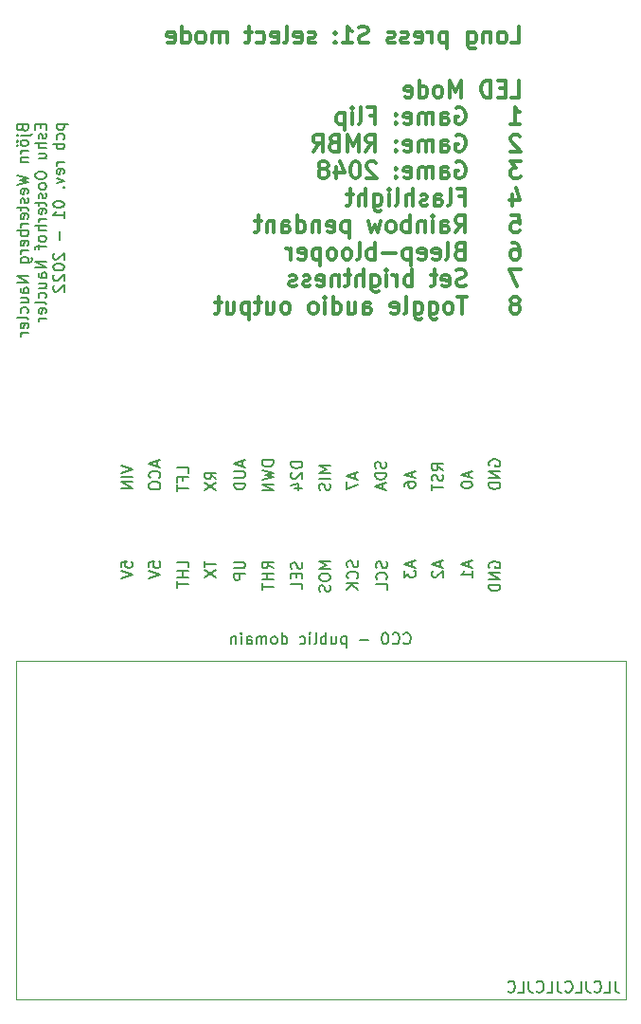
<source format=gbo>
%TF.GenerationSoftware,KiCad,Pcbnew,(6.0.5-0)*%
%TF.CreationDate,2022-11-17T16:29:29+01:00*%
%TF.ProjectId,25pix,32357069-782e-46b6-9963-61645f706362,v0.1*%
%TF.SameCoordinates,Original*%
%TF.FileFunction,Legend,Bot*%
%TF.FilePolarity,Positive*%
%FSLAX46Y46*%
G04 Gerber Fmt 4.6, Leading zero omitted, Abs format (unit mm)*
G04 Created by KiCad (PCBNEW (6.0.5-0)) date 2022-11-17 16:29:29*
%MOMM*%
%LPD*%
G01*
G04 APERTURE LIST*
%ADD10C,0.150000*%
%ADD11C,0.300000*%
%ADD12C,0.120000*%
%ADD13R,1.700000X1.700000*%
%ADD14O,1.700000X1.700000*%
%ADD15C,0.900000*%
%ADD16C,2.600000*%
%ADD17R,3.000000X3.000000*%
%ADD18C,3.000000*%
G04 APERTURE END LIST*
D10*
X70852380Y-70552380D02*
X69852380Y-70552380D01*
X70566666Y-70885714D01*
X69852380Y-71219047D01*
X70852380Y-71219047D01*
X70852380Y-71695238D02*
X69852380Y-71695238D01*
X70804761Y-72123809D02*
X70852380Y-72266666D01*
X70852380Y-72504761D01*
X70804761Y-72600000D01*
X70757142Y-72647619D01*
X70661904Y-72695238D01*
X70566666Y-72695238D01*
X70471428Y-72647619D01*
X70423809Y-72600000D01*
X70376190Y-72504761D01*
X70328571Y-72314285D01*
X70280952Y-72219047D01*
X70233333Y-72171428D01*
X70138095Y-72123809D01*
X70042857Y-72123809D01*
X69947619Y-72171428D01*
X69900000Y-72219047D01*
X69852380Y-72314285D01*
X69852380Y-72552380D01*
X69900000Y-72695238D01*
X65752380Y-79704761D02*
X65276190Y-79371428D01*
X65752380Y-79133333D02*
X64752380Y-79133333D01*
X64752380Y-79514285D01*
X64800000Y-79609523D01*
X64847619Y-79657142D01*
X64942857Y-79704761D01*
X65085714Y-79704761D01*
X65180952Y-79657142D01*
X65228571Y-79609523D01*
X65276190Y-79514285D01*
X65276190Y-79133333D01*
X65752380Y-80133333D02*
X64752380Y-80133333D01*
X65228571Y-80133333D02*
X65228571Y-80704761D01*
X65752380Y-80704761D02*
X64752380Y-80704761D01*
X64752380Y-81038095D02*
X64752380Y-81609523D01*
X65752380Y-81323809D02*
X64752380Y-81323809D01*
X68304761Y-79157142D02*
X68352380Y-79300000D01*
X68352380Y-79538095D01*
X68304761Y-79633333D01*
X68257142Y-79680952D01*
X68161904Y-79728571D01*
X68066666Y-79728571D01*
X67971428Y-79680952D01*
X67923809Y-79633333D01*
X67876190Y-79538095D01*
X67828571Y-79347619D01*
X67780952Y-79252380D01*
X67733333Y-79204761D01*
X67638095Y-79157142D01*
X67542857Y-79157142D01*
X67447619Y-79204761D01*
X67400000Y-79252380D01*
X67352380Y-79347619D01*
X67352380Y-79585714D01*
X67400000Y-79728571D01*
X67828571Y-80157142D02*
X67828571Y-80490476D01*
X68352380Y-80633333D02*
X68352380Y-80157142D01*
X67352380Y-80157142D01*
X67352380Y-80633333D01*
X68352380Y-81538095D02*
X68352380Y-81061904D01*
X67352380Y-81061904D01*
X52152380Y-79609523D02*
X52152380Y-79133333D01*
X52628571Y-79085714D01*
X52580952Y-79133333D01*
X52533333Y-79228571D01*
X52533333Y-79466666D01*
X52580952Y-79561904D01*
X52628571Y-79609523D01*
X52723809Y-79657142D01*
X52961904Y-79657142D01*
X53057142Y-79609523D01*
X53104761Y-79561904D01*
X53152380Y-79466666D01*
X53152380Y-79228571D01*
X53104761Y-79133333D01*
X53057142Y-79085714D01*
X52152380Y-79942857D02*
X53152380Y-80276190D01*
X52152380Y-80609523D01*
X85100000Y-79638095D02*
X85052380Y-79542857D01*
X85052380Y-79400000D01*
X85100000Y-79257142D01*
X85195238Y-79161904D01*
X85290476Y-79114285D01*
X85480952Y-79066666D01*
X85623809Y-79066666D01*
X85814285Y-79114285D01*
X85909523Y-79161904D01*
X86004761Y-79257142D01*
X86052380Y-79400000D01*
X86052380Y-79495238D01*
X86004761Y-79638095D01*
X85957142Y-79685714D01*
X85623809Y-79685714D01*
X85623809Y-79495238D01*
X86052380Y-80114285D02*
X85052380Y-80114285D01*
X86052380Y-80685714D01*
X85052380Y-80685714D01*
X86052380Y-81161904D02*
X85052380Y-81161904D01*
X85052380Y-81400000D01*
X85100000Y-81542857D01*
X85195238Y-81638095D01*
X85290476Y-81685714D01*
X85480952Y-81733333D01*
X85623809Y-81733333D01*
X85814285Y-81685714D01*
X85909523Y-81638095D01*
X86004761Y-81542857D01*
X86052380Y-81400000D01*
X86052380Y-81161904D01*
X83266666Y-71085714D02*
X83266666Y-71561904D01*
X83552380Y-70990476D02*
X82552380Y-71323809D01*
X83552380Y-71657142D01*
X82552380Y-72180952D02*
X82552380Y-72276190D01*
X82600000Y-72371428D01*
X82647619Y-72419047D01*
X82742857Y-72466666D01*
X82933333Y-72514285D01*
X83171428Y-72514285D01*
X83361904Y-72466666D01*
X83457142Y-72419047D01*
X83504761Y-72371428D01*
X83552380Y-72276190D01*
X83552380Y-72180952D01*
X83504761Y-72085714D01*
X83457142Y-72038095D01*
X83361904Y-71990476D01*
X83171428Y-71942857D01*
X82933333Y-71942857D01*
X82742857Y-71990476D01*
X82647619Y-72038095D01*
X82600000Y-72085714D01*
X82552380Y-72180952D01*
X80952380Y-70952380D02*
X80476190Y-70619047D01*
X80952380Y-70380952D02*
X79952380Y-70380952D01*
X79952380Y-70761904D01*
X80000000Y-70857142D01*
X80047619Y-70904761D01*
X80142857Y-70952380D01*
X80285714Y-70952380D01*
X80380952Y-70904761D01*
X80428571Y-70857142D01*
X80476190Y-70761904D01*
X80476190Y-70380952D01*
X80904761Y-71333333D02*
X80952380Y-71476190D01*
X80952380Y-71714285D01*
X80904761Y-71809523D01*
X80857142Y-71857142D01*
X80761904Y-71904761D01*
X80666666Y-71904761D01*
X80571428Y-71857142D01*
X80523809Y-71809523D01*
X80476190Y-71714285D01*
X80428571Y-71523809D01*
X80380952Y-71428571D01*
X80333333Y-71380952D01*
X80238095Y-71333333D01*
X80142857Y-71333333D01*
X80047619Y-71380952D01*
X80000000Y-71428571D01*
X79952380Y-71523809D01*
X79952380Y-71761904D01*
X80000000Y-71904761D01*
X79952380Y-72190476D02*
X79952380Y-72761904D01*
X80952380Y-72476190D02*
X79952380Y-72476190D01*
X58152380Y-71200000D02*
X58152380Y-70723809D01*
X57152380Y-70723809D01*
X57628571Y-71866666D02*
X57628571Y-71533333D01*
X58152380Y-71533333D02*
X57152380Y-71533333D01*
X57152380Y-72009523D01*
X57152380Y-72247619D02*
X57152380Y-72819047D01*
X58152380Y-72533333D02*
X57152380Y-72533333D01*
X77428571Y-86357142D02*
X77476190Y-86404761D01*
X77619047Y-86452380D01*
X77714285Y-86452380D01*
X77857142Y-86404761D01*
X77952380Y-86309523D01*
X78000000Y-86214285D01*
X78047619Y-86023809D01*
X78047619Y-85880952D01*
X78000000Y-85690476D01*
X77952380Y-85595238D01*
X77857142Y-85500000D01*
X77714285Y-85452380D01*
X77619047Y-85452380D01*
X77476190Y-85500000D01*
X77428571Y-85547619D01*
X76428571Y-86357142D02*
X76476190Y-86404761D01*
X76619047Y-86452380D01*
X76714285Y-86452380D01*
X76857142Y-86404761D01*
X76952380Y-86309523D01*
X77000000Y-86214285D01*
X77047619Y-86023809D01*
X77047619Y-85880952D01*
X77000000Y-85690476D01*
X76952380Y-85595238D01*
X76857142Y-85500000D01*
X76714285Y-85452380D01*
X76619047Y-85452380D01*
X76476190Y-85500000D01*
X76428571Y-85547619D01*
X75809523Y-85452380D02*
X75714285Y-85452380D01*
X75619047Y-85500000D01*
X75571428Y-85547619D01*
X75523809Y-85642857D01*
X75476190Y-85833333D01*
X75476190Y-86071428D01*
X75523809Y-86261904D01*
X75571428Y-86357142D01*
X75619047Y-86404761D01*
X75714285Y-86452380D01*
X75809523Y-86452380D01*
X75904761Y-86404761D01*
X75952380Y-86357142D01*
X76000000Y-86261904D01*
X76047619Y-86071428D01*
X76047619Y-85833333D01*
X76000000Y-85642857D01*
X75952380Y-85547619D01*
X75904761Y-85500000D01*
X75809523Y-85452380D01*
X74285714Y-86071428D02*
X73523809Y-86071428D01*
X72285714Y-85785714D02*
X72285714Y-86785714D01*
X72285714Y-85833333D02*
X72190476Y-85785714D01*
X72000000Y-85785714D01*
X71904761Y-85833333D01*
X71857142Y-85880952D01*
X71809523Y-85976190D01*
X71809523Y-86261904D01*
X71857142Y-86357142D01*
X71904761Y-86404761D01*
X72000000Y-86452380D01*
X72190476Y-86452380D01*
X72285714Y-86404761D01*
X70952380Y-85785714D02*
X70952380Y-86452380D01*
X71380952Y-85785714D02*
X71380952Y-86309523D01*
X71333333Y-86404761D01*
X71238095Y-86452380D01*
X71095238Y-86452380D01*
X71000000Y-86404761D01*
X70952380Y-86357142D01*
X70476190Y-86452380D02*
X70476190Y-85452380D01*
X70476190Y-85833333D02*
X70380952Y-85785714D01*
X70190476Y-85785714D01*
X70095238Y-85833333D01*
X70047619Y-85880952D01*
X70000000Y-85976190D01*
X70000000Y-86261904D01*
X70047619Y-86357142D01*
X70095238Y-86404761D01*
X70190476Y-86452380D01*
X70380952Y-86452380D01*
X70476190Y-86404761D01*
X69428571Y-86452380D02*
X69523809Y-86404761D01*
X69571428Y-86309523D01*
X69571428Y-85452380D01*
X69047619Y-86452380D02*
X69047619Y-85785714D01*
X69047619Y-85452380D02*
X69095238Y-85500000D01*
X69047619Y-85547619D01*
X69000000Y-85500000D01*
X69047619Y-85452380D01*
X69047619Y-85547619D01*
X68142857Y-86404761D02*
X68238095Y-86452380D01*
X68428571Y-86452380D01*
X68523809Y-86404761D01*
X68571428Y-86357142D01*
X68619047Y-86261904D01*
X68619047Y-85976190D01*
X68571428Y-85880952D01*
X68523809Y-85833333D01*
X68428571Y-85785714D01*
X68238095Y-85785714D01*
X68142857Y-85833333D01*
X66523809Y-86452380D02*
X66523809Y-85452380D01*
X66523809Y-86404761D02*
X66619047Y-86452380D01*
X66809523Y-86452380D01*
X66904761Y-86404761D01*
X66952380Y-86357142D01*
X67000000Y-86261904D01*
X67000000Y-85976190D01*
X66952380Y-85880952D01*
X66904761Y-85833333D01*
X66809523Y-85785714D01*
X66619047Y-85785714D01*
X66523809Y-85833333D01*
X65904761Y-86452380D02*
X66000000Y-86404761D01*
X66047619Y-86357142D01*
X66095238Y-86261904D01*
X66095238Y-85976190D01*
X66047619Y-85880952D01*
X66000000Y-85833333D01*
X65904761Y-85785714D01*
X65761904Y-85785714D01*
X65666666Y-85833333D01*
X65619047Y-85880952D01*
X65571428Y-85976190D01*
X65571428Y-86261904D01*
X65619047Y-86357142D01*
X65666666Y-86404761D01*
X65761904Y-86452380D01*
X65904761Y-86452380D01*
X65142857Y-86452380D02*
X65142857Y-85785714D01*
X65142857Y-85880952D02*
X65095238Y-85833333D01*
X65000000Y-85785714D01*
X64857142Y-85785714D01*
X64761904Y-85833333D01*
X64714285Y-85928571D01*
X64714285Y-86452380D01*
X64714285Y-85928571D02*
X64666666Y-85833333D01*
X64571428Y-85785714D01*
X64428571Y-85785714D01*
X64333333Y-85833333D01*
X64285714Y-85928571D01*
X64285714Y-86452380D01*
X63380952Y-86452380D02*
X63380952Y-85928571D01*
X63428571Y-85833333D01*
X63523809Y-85785714D01*
X63714285Y-85785714D01*
X63809523Y-85833333D01*
X63380952Y-86404761D02*
X63476190Y-86452380D01*
X63714285Y-86452380D01*
X63809523Y-86404761D01*
X63857142Y-86309523D01*
X63857142Y-86214285D01*
X63809523Y-86119047D01*
X63714285Y-86071428D01*
X63476190Y-86071428D01*
X63380952Y-86023809D01*
X62904761Y-86452380D02*
X62904761Y-85785714D01*
X62904761Y-85452380D02*
X62952380Y-85500000D01*
X62904761Y-85547619D01*
X62857142Y-85500000D01*
X62904761Y-85452380D01*
X62904761Y-85547619D01*
X62428571Y-85785714D02*
X62428571Y-86452380D01*
X62428571Y-85880952D02*
X62380952Y-85833333D01*
X62285714Y-85785714D01*
X62142857Y-85785714D01*
X62047619Y-85833333D01*
X62000000Y-85928571D01*
X62000000Y-86452380D01*
X58152380Y-79604761D02*
X58152380Y-79128571D01*
X57152380Y-79128571D01*
X58152380Y-79938095D02*
X57152380Y-79938095D01*
X57628571Y-79938095D02*
X57628571Y-80509523D01*
X58152380Y-80509523D02*
X57152380Y-80509523D01*
X57152380Y-80842857D02*
X57152380Y-81414285D01*
X58152380Y-81128571D02*
X57152380Y-81128571D01*
X83266666Y-79085714D02*
X83266666Y-79561904D01*
X83552380Y-78990476D02*
X82552380Y-79323809D01*
X83552380Y-79657142D01*
X83552380Y-80514285D02*
X83552380Y-79942857D01*
X83552380Y-80228571D02*
X82552380Y-80228571D01*
X82695238Y-80133333D01*
X82790476Y-80038095D01*
X82838095Y-79942857D01*
X52152380Y-70504761D02*
X53152380Y-70838095D01*
X52152380Y-71171428D01*
X53152380Y-71504761D02*
X52152380Y-71504761D01*
X53152380Y-71980952D02*
X52152380Y-71980952D01*
X53152380Y-72552380D01*
X52152380Y-72552380D01*
X68352380Y-70185714D02*
X67352380Y-70185714D01*
X67352380Y-70423809D01*
X67400000Y-70566666D01*
X67495238Y-70661904D01*
X67590476Y-70709523D01*
X67780952Y-70757142D01*
X67923809Y-70757142D01*
X68114285Y-70709523D01*
X68209523Y-70661904D01*
X68304761Y-70566666D01*
X68352380Y-70423809D01*
X68352380Y-70185714D01*
X67447619Y-71138095D02*
X67400000Y-71185714D01*
X67352380Y-71280952D01*
X67352380Y-71519047D01*
X67400000Y-71614285D01*
X67447619Y-71661904D01*
X67542857Y-71709523D01*
X67638095Y-71709523D01*
X67780952Y-71661904D01*
X68352380Y-71090476D01*
X68352380Y-71709523D01*
X67685714Y-72566666D02*
X68352380Y-72566666D01*
X67304761Y-72328571D02*
X68019047Y-72090476D01*
X68019047Y-72709523D01*
X62966666Y-70138095D02*
X62966666Y-70614285D01*
X63252380Y-70042857D02*
X62252380Y-70376190D01*
X63252380Y-70709523D01*
X62252380Y-71042857D02*
X63061904Y-71042857D01*
X63157142Y-71090476D01*
X63204761Y-71138095D01*
X63252380Y-71233333D01*
X63252380Y-71423809D01*
X63204761Y-71519047D01*
X63157142Y-71566666D01*
X63061904Y-71614285D01*
X62252380Y-71614285D01*
X63252380Y-72090476D02*
X62252380Y-72090476D01*
X62252380Y-72328571D01*
X62300000Y-72471428D01*
X62395238Y-72566666D01*
X62490476Y-72614285D01*
X62680952Y-72661904D01*
X62823809Y-72661904D01*
X63014285Y-72614285D01*
X63109523Y-72566666D01*
X63204761Y-72471428D01*
X63252380Y-72328571D01*
X63252380Y-72090476D01*
X43318571Y-40368928D02*
X43366190Y-40511785D01*
X43413809Y-40559404D01*
X43509047Y-40607023D01*
X43651904Y-40607023D01*
X43747142Y-40559404D01*
X43794761Y-40511785D01*
X43842380Y-40416547D01*
X43842380Y-40035595D01*
X42842380Y-40035595D01*
X42842380Y-40368928D01*
X42890000Y-40464166D01*
X42937619Y-40511785D01*
X43032857Y-40559404D01*
X43128095Y-40559404D01*
X43223333Y-40511785D01*
X43270952Y-40464166D01*
X43318571Y-40368928D01*
X43318571Y-40035595D01*
X43175714Y-41035595D02*
X44032857Y-41035595D01*
X44128095Y-40987976D01*
X44175714Y-40892738D01*
X44175714Y-40845119D01*
X42842380Y-41035595D02*
X42890000Y-40987976D01*
X42937619Y-41035595D01*
X42890000Y-41083214D01*
X42842380Y-41035595D01*
X42937619Y-41035595D01*
X43842380Y-41654642D02*
X43794761Y-41559404D01*
X43747142Y-41511785D01*
X43651904Y-41464166D01*
X43366190Y-41464166D01*
X43270952Y-41511785D01*
X43223333Y-41559404D01*
X43175714Y-41654642D01*
X43175714Y-41797500D01*
X43223333Y-41892738D01*
X43270952Y-41940357D01*
X43366190Y-41987976D01*
X43651904Y-41987976D01*
X43747142Y-41940357D01*
X43794761Y-41892738D01*
X43842380Y-41797500D01*
X43842380Y-41654642D01*
X42842380Y-41559404D02*
X42890000Y-41607023D01*
X42937619Y-41559404D01*
X42890000Y-41511785D01*
X42842380Y-41559404D01*
X42937619Y-41559404D01*
X42842380Y-41940357D02*
X42890000Y-41987976D01*
X42937619Y-41940357D01*
X42890000Y-41892738D01*
X42842380Y-41940357D01*
X42937619Y-41940357D01*
X43842380Y-42416547D02*
X43175714Y-42416547D01*
X43366190Y-42416547D02*
X43270952Y-42464166D01*
X43223333Y-42511785D01*
X43175714Y-42607023D01*
X43175714Y-42702261D01*
X43175714Y-43035595D02*
X43842380Y-43035595D01*
X43270952Y-43035595D02*
X43223333Y-43083214D01*
X43175714Y-43178452D01*
X43175714Y-43321309D01*
X43223333Y-43416547D01*
X43318571Y-43464166D01*
X43842380Y-43464166D01*
X42842380Y-44607023D02*
X43842380Y-44845119D01*
X43128095Y-45035595D01*
X43842380Y-45226071D01*
X42842380Y-45464166D01*
X43794761Y-46226071D02*
X43842380Y-46130833D01*
X43842380Y-45940357D01*
X43794761Y-45845119D01*
X43699523Y-45797500D01*
X43318571Y-45797500D01*
X43223333Y-45845119D01*
X43175714Y-45940357D01*
X43175714Y-46130833D01*
X43223333Y-46226071D01*
X43318571Y-46273690D01*
X43413809Y-46273690D01*
X43509047Y-45797500D01*
X43794761Y-46654642D02*
X43842380Y-46749880D01*
X43842380Y-46940357D01*
X43794761Y-47035595D01*
X43699523Y-47083214D01*
X43651904Y-47083214D01*
X43556666Y-47035595D01*
X43509047Y-46940357D01*
X43509047Y-46797500D01*
X43461428Y-46702261D01*
X43366190Y-46654642D01*
X43318571Y-46654642D01*
X43223333Y-46702261D01*
X43175714Y-46797500D01*
X43175714Y-46940357D01*
X43223333Y-47035595D01*
X43175714Y-47368928D02*
X43175714Y-47749880D01*
X42842380Y-47511785D02*
X43699523Y-47511785D01*
X43794761Y-47559404D01*
X43842380Y-47654642D01*
X43842380Y-47749880D01*
X43794761Y-48464166D02*
X43842380Y-48368928D01*
X43842380Y-48178452D01*
X43794761Y-48083214D01*
X43699523Y-48035595D01*
X43318571Y-48035595D01*
X43223333Y-48083214D01*
X43175714Y-48178452D01*
X43175714Y-48368928D01*
X43223333Y-48464166D01*
X43318571Y-48511785D01*
X43413809Y-48511785D01*
X43509047Y-48035595D01*
X43842380Y-48940357D02*
X43175714Y-48940357D01*
X43366190Y-48940357D02*
X43270952Y-48987976D01*
X43223333Y-49035595D01*
X43175714Y-49130833D01*
X43175714Y-49226071D01*
X43842380Y-49559404D02*
X42842380Y-49559404D01*
X43223333Y-49559404D02*
X43175714Y-49654642D01*
X43175714Y-49845119D01*
X43223333Y-49940357D01*
X43270952Y-49987976D01*
X43366190Y-50035595D01*
X43651904Y-50035595D01*
X43747142Y-49987976D01*
X43794761Y-49940357D01*
X43842380Y-49845119D01*
X43842380Y-49654642D01*
X43794761Y-49559404D01*
X43794761Y-50845119D02*
X43842380Y-50749880D01*
X43842380Y-50559404D01*
X43794761Y-50464166D01*
X43699523Y-50416547D01*
X43318571Y-50416547D01*
X43223333Y-50464166D01*
X43175714Y-50559404D01*
X43175714Y-50749880D01*
X43223333Y-50845119D01*
X43318571Y-50892738D01*
X43413809Y-50892738D01*
X43509047Y-50416547D01*
X43842380Y-51321309D02*
X43175714Y-51321309D01*
X43366190Y-51321309D02*
X43270952Y-51368928D01*
X43223333Y-51416547D01*
X43175714Y-51511785D01*
X43175714Y-51607023D01*
X43175714Y-52368928D02*
X43985238Y-52368928D01*
X44080476Y-52321309D01*
X44128095Y-52273690D01*
X44175714Y-52178452D01*
X44175714Y-52035595D01*
X44128095Y-51940357D01*
X43794761Y-52368928D02*
X43842380Y-52273690D01*
X43842380Y-52083214D01*
X43794761Y-51987976D01*
X43747142Y-51940357D01*
X43651904Y-51892738D01*
X43366190Y-51892738D01*
X43270952Y-51940357D01*
X43223333Y-51987976D01*
X43175714Y-52083214D01*
X43175714Y-52273690D01*
X43223333Y-52368928D01*
X43842380Y-53607023D02*
X42842380Y-53607023D01*
X43842380Y-54178452D01*
X42842380Y-54178452D01*
X43842380Y-55083214D02*
X43318571Y-55083214D01*
X43223333Y-55035595D01*
X43175714Y-54940357D01*
X43175714Y-54749880D01*
X43223333Y-54654642D01*
X43794761Y-55083214D02*
X43842380Y-54987976D01*
X43842380Y-54749880D01*
X43794761Y-54654642D01*
X43699523Y-54607023D01*
X43604285Y-54607023D01*
X43509047Y-54654642D01*
X43461428Y-54749880D01*
X43461428Y-54987976D01*
X43413809Y-55083214D01*
X43175714Y-55987976D02*
X43842380Y-55987976D01*
X43175714Y-55559404D02*
X43699523Y-55559404D01*
X43794761Y-55607023D01*
X43842380Y-55702261D01*
X43842380Y-55845119D01*
X43794761Y-55940357D01*
X43747142Y-55987976D01*
X43794761Y-56892738D02*
X43842380Y-56797500D01*
X43842380Y-56607023D01*
X43794761Y-56511785D01*
X43747142Y-56464166D01*
X43651904Y-56416547D01*
X43366190Y-56416547D01*
X43270952Y-56464166D01*
X43223333Y-56511785D01*
X43175714Y-56607023D01*
X43175714Y-56797500D01*
X43223333Y-56892738D01*
X43842380Y-57464166D02*
X43794761Y-57368928D01*
X43699523Y-57321309D01*
X42842380Y-57321309D01*
X43794761Y-58226071D02*
X43842380Y-58130833D01*
X43842380Y-57940357D01*
X43794761Y-57845119D01*
X43699523Y-57797500D01*
X43318571Y-57797500D01*
X43223333Y-57845119D01*
X43175714Y-57940357D01*
X43175714Y-58130833D01*
X43223333Y-58226071D01*
X43318571Y-58273690D01*
X43413809Y-58273690D01*
X43509047Y-57797500D01*
X43842380Y-58702261D02*
X43175714Y-58702261D01*
X43366190Y-58702261D02*
X43270952Y-58749880D01*
X43223333Y-58797500D01*
X43175714Y-58892738D01*
X43175714Y-58987976D01*
X44928571Y-40035595D02*
X44928571Y-40368928D01*
X45452380Y-40511785D02*
X45452380Y-40035595D01*
X44452380Y-40035595D01*
X44452380Y-40511785D01*
X45404761Y-40892738D02*
X45452380Y-40987976D01*
X45452380Y-41178452D01*
X45404761Y-41273690D01*
X45309523Y-41321309D01*
X45261904Y-41321309D01*
X45166666Y-41273690D01*
X45119047Y-41178452D01*
X45119047Y-41035595D01*
X45071428Y-40940357D01*
X44976190Y-40892738D01*
X44928571Y-40892738D01*
X44833333Y-40940357D01*
X44785714Y-41035595D01*
X44785714Y-41178452D01*
X44833333Y-41273690D01*
X45452380Y-41749880D02*
X44452380Y-41749880D01*
X45452380Y-42178452D02*
X44928571Y-42178452D01*
X44833333Y-42130833D01*
X44785714Y-42035595D01*
X44785714Y-41892738D01*
X44833333Y-41797500D01*
X44880952Y-41749880D01*
X44785714Y-43083214D02*
X45452380Y-43083214D01*
X44785714Y-42654642D02*
X45309523Y-42654642D01*
X45404761Y-42702261D01*
X45452380Y-42797500D01*
X45452380Y-42940357D01*
X45404761Y-43035595D01*
X45357142Y-43083214D01*
X44452380Y-44511785D02*
X44452380Y-44702261D01*
X44500000Y-44797500D01*
X44595238Y-44892738D01*
X44785714Y-44940357D01*
X45119047Y-44940357D01*
X45309523Y-44892738D01*
X45404761Y-44797500D01*
X45452380Y-44702261D01*
X45452380Y-44511785D01*
X45404761Y-44416547D01*
X45309523Y-44321309D01*
X45119047Y-44273690D01*
X44785714Y-44273690D01*
X44595238Y-44321309D01*
X44500000Y-44416547D01*
X44452380Y-44511785D01*
X45452380Y-45511785D02*
X45404761Y-45416547D01*
X45357142Y-45368928D01*
X45261904Y-45321309D01*
X44976190Y-45321309D01*
X44880952Y-45368928D01*
X44833333Y-45416547D01*
X44785714Y-45511785D01*
X44785714Y-45654642D01*
X44833333Y-45749880D01*
X44880952Y-45797500D01*
X44976190Y-45845119D01*
X45261904Y-45845119D01*
X45357142Y-45797500D01*
X45404761Y-45749880D01*
X45452380Y-45654642D01*
X45452380Y-45511785D01*
X45404761Y-46226071D02*
X45452380Y-46321309D01*
X45452380Y-46511785D01*
X45404761Y-46607023D01*
X45309523Y-46654642D01*
X45261904Y-46654642D01*
X45166666Y-46607023D01*
X45119047Y-46511785D01*
X45119047Y-46368928D01*
X45071428Y-46273690D01*
X44976190Y-46226071D01*
X44928571Y-46226071D01*
X44833333Y-46273690D01*
X44785714Y-46368928D01*
X44785714Y-46511785D01*
X44833333Y-46607023D01*
X44785714Y-46940357D02*
X44785714Y-47321309D01*
X44452380Y-47083214D02*
X45309523Y-47083214D01*
X45404761Y-47130833D01*
X45452380Y-47226071D01*
X45452380Y-47321309D01*
X45404761Y-48035595D02*
X45452380Y-47940357D01*
X45452380Y-47749880D01*
X45404761Y-47654642D01*
X45309523Y-47607023D01*
X44928571Y-47607023D01*
X44833333Y-47654642D01*
X44785714Y-47749880D01*
X44785714Y-47940357D01*
X44833333Y-48035595D01*
X44928571Y-48083214D01*
X45023809Y-48083214D01*
X45119047Y-47607023D01*
X45452380Y-48511785D02*
X44785714Y-48511785D01*
X44976190Y-48511785D02*
X44880952Y-48559404D01*
X44833333Y-48607023D01*
X44785714Y-48702261D01*
X44785714Y-48797500D01*
X45452380Y-49130833D02*
X44452380Y-49130833D01*
X45452380Y-49559404D02*
X44928571Y-49559404D01*
X44833333Y-49511785D01*
X44785714Y-49416547D01*
X44785714Y-49273690D01*
X44833333Y-49178452D01*
X44880952Y-49130833D01*
X45452380Y-50178452D02*
X45404761Y-50083214D01*
X45357142Y-50035595D01*
X45261904Y-49987976D01*
X44976190Y-49987976D01*
X44880952Y-50035595D01*
X44833333Y-50083214D01*
X44785714Y-50178452D01*
X44785714Y-50321309D01*
X44833333Y-50416547D01*
X44880952Y-50464166D01*
X44976190Y-50511785D01*
X45261904Y-50511785D01*
X45357142Y-50464166D01*
X45404761Y-50416547D01*
X45452380Y-50321309D01*
X45452380Y-50178452D01*
X44785714Y-50797500D02*
X44785714Y-51178452D01*
X45452380Y-50940357D02*
X44595238Y-50940357D01*
X44500000Y-50987976D01*
X44452380Y-51083214D01*
X44452380Y-51178452D01*
X45452380Y-52273690D02*
X44452380Y-52273690D01*
X45452380Y-52845119D01*
X44452380Y-52845119D01*
X45452380Y-53749880D02*
X44928571Y-53749880D01*
X44833333Y-53702261D01*
X44785714Y-53607023D01*
X44785714Y-53416547D01*
X44833333Y-53321309D01*
X45404761Y-53749880D02*
X45452380Y-53654642D01*
X45452380Y-53416547D01*
X45404761Y-53321309D01*
X45309523Y-53273690D01*
X45214285Y-53273690D01*
X45119047Y-53321309D01*
X45071428Y-53416547D01*
X45071428Y-53654642D01*
X45023809Y-53749880D01*
X44785714Y-54654642D02*
X45452380Y-54654642D01*
X44785714Y-54226071D02*
X45309523Y-54226071D01*
X45404761Y-54273690D01*
X45452380Y-54368928D01*
X45452380Y-54511785D01*
X45404761Y-54607023D01*
X45357142Y-54654642D01*
X45404761Y-55559404D02*
X45452380Y-55464166D01*
X45452380Y-55273690D01*
X45404761Y-55178452D01*
X45357142Y-55130833D01*
X45261904Y-55083214D01*
X44976190Y-55083214D01*
X44880952Y-55130833D01*
X44833333Y-55178452D01*
X44785714Y-55273690D01*
X44785714Y-55464166D01*
X44833333Y-55559404D01*
X45452380Y-56130833D02*
X45404761Y-56035595D01*
X45309523Y-55987976D01*
X44452380Y-55987976D01*
X45404761Y-56892738D02*
X45452380Y-56797500D01*
X45452380Y-56607023D01*
X45404761Y-56511785D01*
X45309523Y-56464166D01*
X44928571Y-56464166D01*
X44833333Y-56511785D01*
X44785714Y-56607023D01*
X44785714Y-56797500D01*
X44833333Y-56892738D01*
X44928571Y-56940357D01*
X45023809Y-56940357D01*
X45119047Y-56464166D01*
X45452380Y-57368928D02*
X44785714Y-57368928D01*
X44976190Y-57368928D02*
X44880952Y-57416547D01*
X44833333Y-57464166D01*
X44785714Y-57559404D01*
X44785714Y-57654642D01*
X46395714Y-40035595D02*
X47395714Y-40035595D01*
X46443333Y-40035595D02*
X46395714Y-40130833D01*
X46395714Y-40321309D01*
X46443333Y-40416547D01*
X46490952Y-40464166D01*
X46586190Y-40511785D01*
X46871904Y-40511785D01*
X46967142Y-40464166D01*
X47014761Y-40416547D01*
X47062380Y-40321309D01*
X47062380Y-40130833D01*
X47014761Y-40035595D01*
X47014761Y-41368928D02*
X47062380Y-41273690D01*
X47062380Y-41083214D01*
X47014761Y-40987976D01*
X46967142Y-40940357D01*
X46871904Y-40892738D01*
X46586190Y-40892738D01*
X46490952Y-40940357D01*
X46443333Y-40987976D01*
X46395714Y-41083214D01*
X46395714Y-41273690D01*
X46443333Y-41368928D01*
X47062380Y-41797500D02*
X46062380Y-41797500D01*
X46443333Y-41797500D02*
X46395714Y-41892738D01*
X46395714Y-42083214D01*
X46443333Y-42178452D01*
X46490952Y-42226071D01*
X46586190Y-42273690D01*
X46871904Y-42273690D01*
X46967142Y-42226071D01*
X47014761Y-42178452D01*
X47062380Y-42083214D01*
X47062380Y-41892738D01*
X47014761Y-41797500D01*
X47062380Y-43464166D02*
X46395714Y-43464166D01*
X46586190Y-43464166D02*
X46490952Y-43511785D01*
X46443333Y-43559404D01*
X46395714Y-43654642D01*
X46395714Y-43749880D01*
X47014761Y-44464166D02*
X47062380Y-44368928D01*
X47062380Y-44178452D01*
X47014761Y-44083214D01*
X46919523Y-44035595D01*
X46538571Y-44035595D01*
X46443333Y-44083214D01*
X46395714Y-44178452D01*
X46395714Y-44368928D01*
X46443333Y-44464166D01*
X46538571Y-44511785D01*
X46633809Y-44511785D01*
X46729047Y-44035595D01*
X46395714Y-44845119D02*
X47062380Y-45083214D01*
X46395714Y-45321309D01*
X46967142Y-45702261D02*
X47014761Y-45749880D01*
X47062380Y-45702261D01*
X47014761Y-45654642D01*
X46967142Y-45702261D01*
X47062380Y-45702261D01*
X46062380Y-47130833D02*
X46062380Y-47226071D01*
X46110000Y-47321309D01*
X46157619Y-47368928D01*
X46252857Y-47416547D01*
X46443333Y-47464166D01*
X46681428Y-47464166D01*
X46871904Y-47416547D01*
X46967142Y-47368928D01*
X47014761Y-47321309D01*
X47062380Y-47226071D01*
X47062380Y-47130833D01*
X47014761Y-47035595D01*
X46967142Y-46987976D01*
X46871904Y-46940357D01*
X46681428Y-46892738D01*
X46443333Y-46892738D01*
X46252857Y-46940357D01*
X46157619Y-46987976D01*
X46110000Y-47035595D01*
X46062380Y-47130833D01*
X47062380Y-48416547D02*
X47062380Y-47845119D01*
X47062380Y-48130833D02*
X46062380Y-48130833D01*
X46205238Y-48035595D01*
X46300476Y-47940357D01*
X46348095Y-47845119D01*
X46681428Y-49607023D02*
X46681428Y-50368928D01*
X46157619Y-51559404D02*
X46110000Y-51607023D01*
X46062380Y-51702261D01*
X46062380Y-51940357D01*
X46110000Y-52035595D01*
X46157619Y-52083214D01*
X46252857Y-52130833D01*
X46348095Y-52130833D01*
X46490952Y-52083214D01*
X47062380Y-51511785D01*
X47062380Y-52130833D01*
X46062380Y-52749880D02*
X46062380Y-52845119D01*
X46110000Y-52940357D01*
X46157619Y-52987976D01*
X46252857Y-53035595D01*
X46443333Y-53083214D01*
X46681428Y-53083214D01*
X46871904Y-53035595D01*
X46967142Y-52987976D01*
X47014761Y-52940357D01*
X47062380Y-52845119D01*
X47062380Y-52749880D01*
X47014761Y-52654642D01*
X46967142Y-52607023D01*
X46871904Y-52559404D01*
X46681428Y-52511785D01*
X46443333Y-52511785D01*
X46252857Y-52559404D01*
X46157619Y-52607023D01*
X46110000Y-52654642D01*
X46062380Y-52749880D01*
X46157619Y-53464166D02*
X46110000Y-53511785D01*
X46062380Y-53607023D01*
X46062380Y-53845119D01*
X46110000Y-53940357D01*
X46157619Y-53987976D01*
X46252857Y-54035595D01*
X46348095Y-54035595D01*
X46490952Y-53987976D01*
X47062380Y-53416547D01*
X47062380Y-54035595D01*
X46157619Y-54416547D02*
X46110000Y-54464166D01*
X46062380Y-54559404D01*
X46062380Y-54797500D01*
X46110000Y-54892738D01*
X46157619Y-54940357D01*
X46252857Y-54987976D01*
X46348095Y-54987976D01*
X46490952Y-54940357D01*
X47062380Y-54368928D01*
X47062380Y-54987976D01*
X60652380Y-71733333D02*
X60176190Y-71400000D01*
X60652380Y-71161904D02*
X59652380Y-71161904D01*
X59652380Y-71542857D01*
X59700000Y-71638095D01*
X59747619Y-71685714D01*
X59842857Y-71733333D01*
X59985714Y-71733333D01*
X60080952Y-71685714D01*
X60128571Y-71638095D01*
X60176190Y-71542857D01*
X60176190Y-71161904D01*
X59652380Y-72066666D02*
X60652380Y-72733333D01*
X59652380Y-72733333D02*
X60652380Y-72066666D01*
D11*
X87033571Y-32796071D02*
X87747857Y-32796071D01*
X87747857Y-31296071D01*
X86319285Y-32796071D02*
X86462142Y-32724642D01*
X86533571Y-32653214D01*
X86605000Y-32510357D01*
X86605000Y-32081785D01*
X86533571Y-31938928D01*
X86462142Y-31867500D01*
X86319285Y-31796071D01*
X86105000Y-31796071D01*
X85962142Y-31867500D01*
X85890714Y-31938928D01*
X85819285Y-32081785D01*
X85819285Y-32510357D01*
X85890714Y-32653214D01*
X85962142Y-32724642D01*
X86105000Y-32796071D01*
X86319285Y-32796071D01*
X85176428Y-31796071D02*
X85176428Y-32796071D01*
X85176428Y-31938928D02*
X85105000Y-31867500D01*
X84962142Y-31796071D01*
X84747857Y-31796071D01*
X84605000Y-31867500D01*
X84533571Y-32010357D01*
X84533571Y-32796071D01*
X83176428Y-31796071D02*
X83176428Y-33010357D01*
X83247857Y-33153214D01*
X83319285Y-33224642D01*
X83462142Y-33296071D01*
X83676428Y-33296071D01*
X83819285Y-33224642D01*
X83176428Y-32724642D02*
X83319285Y-32796071D01*
X83605000Y-32796071D01*
X83747857Y-32724642D01*
X83819285Y-32653214D01*
X83890714Y-32510357D01*
X83890714Y-32081785D01*
X83819285Y-31938928D01*
X83747857Y-31867500D01*
X83605000Y-31796071D01*
X83319285Y-31796071D01*
X83176428Y-31867500D01*
X81319285Y-31796071D02*
X81319285Y-33296071D01*
X81319285Y-31867500D02*
X81176428Y-31796071D01*
X80890714Y-31796071D01*
X80747857Y-31867500D01*
X80676428Y-31938928D01*
X80605000Y-32081785D01*
X80605000Y-32510357D01*
X80676428Y-32653214D01*
X80747857Y-32724642D01*
X80890714Y-32796071D01*
X81176428Y-32796071D01*
X81319285Y-32724642D01*
X79962142Y-32796071D02*
X79962142Y-31796071D01*
X79962142Y-32081785D02*
X79890714Y-31938928D01*
X79819285Y-31867500D01*
X79676428Y-31796071D01*
X79533571Y-31796071D01*
X78462142Y-32724642D02*
X78605000Y-32796071D01*
X78890714Y-32796071D01*
X79033571Y-32724642D01*
X79105000Y-32581785D01*
X79105000Y-32010357D01*
X79033571Y-31867500D01*
X78890714Y-31796071D01*
X78605000Y-31796071D01*
X78462142Y-31867500D01*
X78390714Y-32010357D01*
X78390714Y-32153214D01*
X79105000Y-32296071D01*
X77819285Y-32724642D02*
X77676428Y-32796071D01*
X77390714Y-32796071D01*
X77247857Y-32724642D01*
X77176428Y-32581785D01*
X77176428Y-32510357D01*
X77247857Y-32367500D01*
X77390714Y-32296071D01*
X77605000Y-32296071D01*
X77747857Y-32224642D01*
X77819285Y-32081785D01*
X77819285Y-32010357D01*
X77747857Y-31867500D01*
X77605000Y-31796071D01*
X77390714Y-31796071D01*
X77247857Y-31867500D01*
X76605000Y-32724642D02*
X76462142Y-32796071D01*
X76176428Y-32796071D01*
X76033571Y-32724642D01*
X75962142Y-32581785D01*
X75962142Y-32510357D01*
X76033571Y-32367500D01*
X76176428Y-32296071D01*
X76390714Y-32296071D01*
X76533571Y-32224642D01*
X76605000Y-32081785D01*
X76605000Y-32010357D01*
X76533571Y-31867500D01*
X76390714Y-31796071D01*
X76176428Y-31796071D01*
X76033571Y-31867500D01*
X74247857Y-32724642D02*
X74033571Y-32796071D01*
X73676428Y-32796071D01*
X73533571Y-32724642D01*
X73462142Y-32653214D01*
X73390714Y-32510357D01*
X73390714Y-32367500D01*
X73462142Y-32224642D01*
X73533571Y-32153214D01*
X73676428Y-32081785D01*
X73962142Y-32010357D01*
X74105000Y-31938928D01*
X74176428Y-31867500D01*
X74247857Y-31724642D01*
X74247857Y-31581785D01*
X74176428Y-31438928D01*
X74105000Y-31367500D01*
X73962142Y-31296071D01*
X73605000Y-31296071D01*
X73390714Y-31367500D01*
X71962142Y-32796071D02*
X72819285Y-32796071D01*
X72390714Y-32796071D02*
X72390714Y-31296071D01*
X72533571Y-31510357D01*
X72676428Y-31653214D01*
X72819285Y-31724642D01*
X71319285Y-32653214D02*
X71247857Y-32724642D01*
X71319285Y-32796071D01*
X71390714Y-32724642D01*
X71319285Y-32653214D01*
X71319285Y-32796071D01*
X71319285Y-31867500D02*
X71247857Y-31938928D01*
X71319285Y-32010357D01*
X71390714Y-31938928D01*
X71319285Y-31867500D01*
X71319285Y-32010357D01*
X69533571Y-32724642D02*
X69390714Y-32796071D01*
X69105000Y-32796071D01*
X68962142Y-32724642D01*
X68890714Y-32581785D01*
X68890714Y-32510357D01*
X68962142Y-32367500D01*
X69105000Y-32296071D01*
X69319285Y-32296071D01*
X69462142Y-32224642D01*
X69533571Y-32081785D01*
X69533571Y-32010357D01*
X69462142Y-31867500D01*
X69319285Y-31796071D01*
X69105000Y-31796071D01*
X68962142Y-31867500D01*
X67676428Y-32724642D02*
X67819285Y-32796071D01*
X68105000Y-32796071D01*
X68247857Y-32724642D01*
X68319285Y-32581785D01*
X68319285Y-32010357D01*
X68247857Y-31867500D01*
X68105000Y-31796071D01*
X67819285Y-31796071D01*
X67676428Y-31867500D01*
X67605000Y-32010357D01*
X67605000Y-32153214D01*
X68319285Y-32296071D01*
X66747857Y-32796071D02*
X66890714Y-32724642D01*
X66962142Y-32581785D01*
X66962142Y-31296071D01*
X65604999Y-32724642D02*
X65747857Y-32796071D01*
X66033571Y-32796071D01*
X66176428Y-32724642D01*
X66247857Y-32581785D01*
X66247857Y-32010357D01*
X66176428Y-31867500D01*
X66033571Y-31796071D01*
X65747857Y-31796071D01*
X65604999Y-31867500D01*
X65533571Y-32010357D01*
X65533571Y-32153214D01*
X66247857Y-32296071D01*
X64247857Y-32724642D02*
X64390714Y-32796071D01*
X64676428Y-32796071D01*
X64819285Y-32724642D01*
X64890714Y-32653214D01*
X64962142Y-32510357D01*
X64962142Y-32081785D01*
X64890714Y-31938928D01*
X64819285Y-31867500D01*
X64676428Y-31796071D01*
X64390714Y-31796071D01*
X64247857Y-31867500D01*
X63819285Y-31796071D02*
X63247857Y-31796071D01*
X63604999Y-31296071D02*
X63604999Y-32581785D01*
X63533571Y-32724642D01*
X63390714Y-32796071D01*
X63247857Y-32796071D01*
X61604999Y-32796071D02*
X61604999Y-31796071D01*
X61604999Y-31938928D02*
X61533571Y-31867500D01*
X61390714Y-31796071D01*
X61176428Y-31796071D01*
X61033571Y-31867500D01*
X60962142Y-32010357D01*
X60962142Y-32796071D01*
X60962142Y-32010357D02*
X60890714Y-31867500D01*
X60747857Y-31796071D01*
X60533571Y-31796071D01*
X60390714Y-31867500D01*
X60319285Y-32010357D01*
X60319285Y-32796071D01*
X59390714Y-32796071D02*
X59533571Y-32724642D01*
X59604999Y-32653214D01*
X59676428Y-32510357D01*
X59676428Y-32081785D01*
X59604999Y-31938928D01*
X59533571Y-31867500D01*
X59390714Y-31796071D01*
X59176428Y-31796071D01*
X59033571Y-31867500D01*
X58962142Y-31938928D01*
X58890714Y-32081785D01*
X58890714Y-32510357D01*
X58962142Y-32653214D01*
X59033571Y-32724642D01*
X59176428Y-32796071D01*
X59390714Y-32796071D01*
X57604999Y-32796071D02*
X57604999Y-31296071D01*
X57604999Y-32724642D02*
X57747857Y-32796071D01*
X58033571Y-32796071D01*
X58176428Y-32724642D01*
X58247857Y-32653214D01*
X58319285Y-32510357D01*
X58319285Y-32081785D01*
X58247857Y-31938928D01*
X58176428Y-31867500D01*
X58033571Y-31796071D01*
X57747857Y-31796071D01*
X57604999Y-31867500D01*
X56319285Y-32724642D02*
X56462142Y-32796071D01*
X56747857Y-32796071D01*
X56890714Y-32724642D01*
X56962142Y-32581785D01*
X56962142Y-32010357D01*
X56890714Y-31867500D01*
X56747857Y-31796071D01*
X56462142Y-31796071D01*
X56319285Y-31867500D01*
X56247857Y-32010357D01*
X56247857Y-32153214D01*
X56962142Y-32296071D01*
X87033571Y-37626071D02*
X87747857Y-37626071D01*
X87747857Y-36126071D01*
X86533571Y-36840357D02*
X86033571Y-36840357D01*
X85819285Y-37626071D02*
X86533571Y-37626071D01*
X86533571Y-36126071D01*
X85819285Y-36126071D01*
X85176428Y-37626071D02*
X85176428Y-36126071D01*
X84819285Y-36126071D01*
X84605000Y-36197500D01*
X84462142Y-36340357D01*
X84390714Y-36483214D01*
X84319285Y-36768928D01*
X84319285Y-36983214D01*
X84390714Y-37268928D01*
X84462142Y-37411785D01*
X84605000Y-37554642D01*
X84819285Y-37626071D01*
X85176428Y-37626071D01*
X82533571Y-37626071D02*
X82533571Y-36126071D01*
X82033571Y-37197500D01*
X81533571Y-36126071D01*
X81533571Y-37626071D01*
X80605000Y-37626071D02*
X80747857Y-37554642D01*
X80819285Y-37483214D01*
X80890714Y-37340357D01*
X80890714Y-36911785D01*
X80819285Y-36768928D01*
X80747857Y-36697500D01*
X80605000Y-36626071D01*
X80390714Y-36626071D01*
X80247857Y-36697500D01*
X80176428Y-36768928D01*
X80105000Y-36911785D01*
X80105000Y-37340357D01*
X80176428Y-37483214D01*
X80247857Y-37554642D01*
X80390714Y-37626071D01*
X80605000Y-37626071D01*
X78819285Y-37626071D02*
X78819285Y-36126071D01*
X78819285Y-37554642D02*
X78962142Y-37626071D01*
X79247857Y-37626071D01*
X79390714Y-37554642D01*
X79462142Y-37483214D01*
X79533571Y-37340357D01*
X79533571Y-36911785D01*
X79462142Y-36768928D01*
X79390714Y-36697500D01*
X79247857Y-36626071D01*
X78962142Y-36626071D01*
X78819285Y-36697500D01*
X77533571Y-37554642D02*
X77676428Y-37626071D01*
X77962142Y-37626071D01*
X78105000Y-37554642D01*
X78176428Y-37411785D01*
X78176428Y-36840357D01*
X78105000Y-36697500D01*
X77962142Y-36626071D01*
X77676428Y-36626071D01*
X77533571Y-36697500D01*
X77462142Y-36840357D01*
X77462142Y-36983214D01*
X78176428Y-37126071D01*
X86962142Y-40041071D02*
X87819285Y-40041071D01*
X87390714Y-40041071D02*
X87390714Y-38541071D01*
X87533571Y-38755357D01*
X87676428Y-38898214D01*
X87819285Y-38969642D01*
X82105000Y-38612500D02*
X82247857Y-38541071D01*
X82462142Y-38541071D01*
X82676428Y-38612500D01*
X82819285Y-38755357D01*
X82890714Y-38898214D01*
X82962142Y-39183928D01*
X82962142Y-39398214D01*
X82890714Y-39683928D01*
X82819285Y-39826785D01*
X82676428Y-39969642D01*
X82462142Y-40041071D01*
X82319285Y-40041071D01*
X82105000Y-39969642D01*
X82033571Y-39898214D01*
X82033571Y-39398214D01*
X82319285Y-39398214D01*
X80747857Y-40041071D02*
X80747857Y-39255357D01*
X80819285Y-39112500D01*
X80962142Y-39041071D01*
X81247857Y-39041071D01*
X81390714Y-39112500D01*
X80747857Y-39969642D02*
X80890714Y-40041071D01*
X81247857Y-40041071D01*
X81390714Y-39969642D01*
X81462142Y-39826785D01*
X81462142Y-39683928D01*
X81390714Y-39541071D01*
X81247857Y-39469642D01*
X80890714Y-39469642D01*
X80747857Y-39398214D01*
X80033571Y-40041071D02*
X80033571Y-39041071D01*
X80033571Y-39183928D02*
X79962142Y-39112500D01*
X79819285Y-39041071D01*
X79605000Y-39041071D01*
X79462142Y-39112500D01*
X79390714Y-39255357D01*
X79390714Y-40041071D01*
X79390714Y-39255357D02*
X79319285Y-39112500D01*
X79176428Y-39041071D01*
X78962142Y-39041071D01*
X78819285Y-39112500D01*
X78747857Y-39255357D01*
X78747857Y-40041071D01*
X77462142Y-39969642D02*
X77605000Y-40041071D01*
X77890714Y-40041071D01*
X78033571Y-39969642D01*
X78105000Y-39826785D01*
X78105000Y-39255357D01*
X78033571Y-39112500D01*
X77890714Y-39041071D01*
X77605000Y-39041071D01*
X77462142Y-39112500D01*
X77390714Y-39255357D01*
X77390714Y-39398214D01*
X78105000Y-39541071D01*
X76747857Y-39898214D02*
X76676428Y-39969642D01*
X76747857Y-40041071D01*
X76819285Y-39969642D01*
X76747857Y-39898214D01*
X76747857Y-40041071D01*
X76747857Y-39112500D02*
X76676428Y-39183928D01*
X76747857Y-39255357D01*
X76819285Y-39183928D01*
X76747857Y-39112500D01*
X76747857Y-39255357D01*
X74390714Y-39255357D02*
X74890714Y-39255357D01*
X74890714Y-40041071D02*
X74890714Y-38541071D01*
X74176428Y-38541071D01*
X73390714Y-40041071D02*
X73533571Y-39969642D01*
X73605000Y-39826785D01*
X73605000Y-38541071D01*
X72819285Y-40041071D02*
X72819285Y-39041071D01*
X72819285Y-38541071D02*
X72890714Y-38612500D01*
X72819285Y-38683928D01*
X72747857Y-38612500D01*
X72819285Y-38541071D01*
X72819285Y-38683928D01*
X72105000Y-39041071D02*
X72105000Y-40541071D01*
X72105000Y-39112500D02*
X71962142Y-39041071D01*
X71676428Y-39041071D01*
X71533571Y-39112500D01*
X71462142Y-39183928D01*
X71390714Y-39326785D01*
X71390714Y-39755357D01*
X71462142Y-39898214D01*
X71533571Y-39969642D01*
X71676428Y-40041071D01*
X71962142Y-40041071D01*
X72105000Y-39969642D01*
X87819285Y-41098928D02*
X87747857Y-41027500D01*
X87605000Y-40956071D01*
X87247857Y-40956071D01*
X87105000Y-41027500D01*
X87033571Y-41098928D01*
X86962142Y-41241785D01*
X86962142Y-41384642D01*
X87033571Y-41598928D01*
X87890714Y-42456071D01*
X86962142Y-42456071D01*
X82105000Y-41027500D02*
X82247857Y-40956071D01*
X82462142Y-40956071D01*
X82676428Y-41027500D01*
X82819285Y-41170357D01*
X82890714Y-41313214D01*
X82962142Y-41598928D01*
X82962142Y-41813214D01*
X82890714Y-42098928D01*
X82819285Y-42241785D01*
X82676428Y-42384642D01*
X82462142Y-42456071D01*
X82319285Y-42456071D01*
X82105000Y-42384642D01*
X82033571Y-42313214D01*
X82033571Y-41813214D01*
X82319285Y-41813214D01*
X80747857Y-42456071D02*
X80747857Y-41670357D01*
X80819285Y-41527500D01*
X80962142Y-41456071D01*
X81247857Y-41456071D01*
X81390714Y-41527500D01*
X80747857Y-42384642D02*
X80890714Y-42456071D01*
X81247857Y-42456071D01*
X81390714Y-42384642D01*
X81462142Y-42241785D01*
X81462142Y-42098928D01*
X81390714Y-41956071D01*
X81247857Y-41884642D01*
X80890714Y-41884642D01*
X80747857Y-41813214D01*
X80033571Y-42456071D02*
X80033571Y-41456071D01*
X80033571Y-41598928D02*
X79962142Y-41527500D01*
X79819285Y-41456071D01*
X79605000Y-41456071D01*
X79462142Y-41527500D01*
X79390714Y-41670357D01*
X79390714Y-42456071D01*
X79390714Y-41670357D02*
X79319285Y-41527500D01*
X79176428Y-41456071D01*
X78962142Y-41456071D01*
X78819285Y-41527500D01*
X78747857Y-41670357D01*
X78747857Y-42456071D01*
X77462142Y-42384642D02*
X77605000Y-42456071D01*
X77890714Y-42456071D01*
X78033571Y-42384642D01*
X78105000Y-42241785D01*
X78105000Y-41670357D01*
X78033571Y-41527500D01*
X77890714Y-41456071D01*
X77605000Y-41456071D01*
X77462142Y-41527500D01*
X77390714Y-41670357D01*
X77390714Y-41813214D01*
X78105000Y-41956071D01*
X76747857Y-42313214D02*
X76676428Y-42384642D01*
X76747857Y-42456071D01*
X76819285Y-42384642D01*
X76747857Y-42313214D01*
X76747857Y-42456071D01*
X76747857Y-41527500D02*
X76676428Y-41598928D01*
X76747857Y-41670357D01*
X76819285Y-41598928D01*
X76747857Y-41527500D01*
X76747857Y-41670357D01*
X74033571Y-42456071D02*
X74533571Y-41741785D01*
X74890714Y-42456071D02*
X74890714Y-40956071D01*
X74319285Y-40956071D01*
X74176428Y-41027500D01*
X74105000Y-41098928D01*
X74033571Y-41241785D01*
X74033571Y-41456071D01*
X74105000Y-41598928D01*
X74176428Y-41670357D01*
X74319285Y-41741785D01*
X74890714Y-41741785D01*
X73390714Y-42456071D02*
X73390714Y-40956071D01*
X72890714Y-42027500D01*
X72390714Y-40956071D01*
X72390714Y-42456071D01*
X71176428Y-41670357D02*
X70962142Y-41741785D01*
X70890714Y-41813214D01*
X70819285Y-41956071D01*
X70819285Y-42170357D01*
X70890714Y-42313214D01*
X70962142Y-42384642D01*
X71105000Y-42456071D01*
X71676428Y-42456071D01*
X71676428Y-40956071D01*
X71176428Y-40956071D01*
X71033571Y-41027500D01*
X70962142Y-41098928D01*
X70890714Y-41241785D01*
X70890714Y-41384642D01*
X70962142Y-41527500D01*
X71033571Y-41598928D01*
X71176428Y-41670357D01*
X71676428Y-41670357D01*
X69319285Y-42456071D02*
X69819285Y-41741785D01*
X70176428Y-42456071D02*
X70176428Y-40956071D01*
X69605000Y-40956071D01*
X69462142Y-41027500D01*
X69390714Y-41098928D01*
X69319285Y-41241785D01*
X69319285Y-41456071D01*
X69390714Y-41598928D01*
X69462142Y-41670357D01*
X69605000Y-41741785D01*
X70176428Y-41741785D01*
X87890714Y-43371071D02*
X86962142Y-43371071D01*
X87462142Y-43942500D01*
X87247857Y-43942500D01*
X87105000Y-44013928D01*
X87033571Y-44085357D01*
X86962142Y-44228214D01*
X86962142Y-44585357D01*
X87033571Y-44728214D01*
X87105000Y-44799642D01*
X87247857Y-44871071D01*
X87676428Y-44871071D01*
X87819285Y-44799642D01*
X87890714Y-44728214D01*
X82105000Y-43442500D02*
X82247857Y-43371071D01*
X82462142Y-43371071D01*
X82676428Y-43442500D01*
X82819285Y-43585357D01*
X82890714Y-43728214D01*
X82962142Y-44013928D01*
X82962142Y-44228214D01*
X82890714Y-44513928D01*
X82819285Y-44656785D01*
X82676428Y-44799642D01*
X82462142Y-44871071D01*
X82319285Y-44871071D01*
X82105000Y-44799642D01*
X82033571Y-44728214D01*
X82033571Y-44228214D01*
X82319285Y-44228214D01*
X80747857Y-44871071D02*
X80747857Y-44085357D01*
X80819285Y-43942500D01*
X80962142Y-43871071D01*
X81247857Y-43871071D01*
X81390714Y-43942500D01*
X80747857Y-44799642D02*
X80890714Y-44871071D01*
X81247857Y-44871071D01*
X81390714Y-44799642D01*
X81462142Y-44656785D01*
X81462142Y-44513928D01*
X81390714Y-44371071D01*
X81247857Y-44299642D01*
X80890714Y-44299642D01*
X80747857Y-44228214D01*
X80033571Y-44871071D02*
X80033571Y-43871071D01*
X80033571Y-44013928D02*
X79962142Y-43942500D01*
X79819285Y-43871071D01*
X79605000Y-43871071D01*
X79462142Y-43942500D01*
X79390714Y-44085357D01*
X79390714Y-44871071D01*
X79390714Y-44085357D02*
X79319285Y-43942500D01*
X79176428Y-43871071D01*
X78962142Y-43871071D01*
X78819285Y-43942500D01*
X78747857Y-44085357D01*
X78747857Y-44871071D01*
X77462142Y-44799642D02*
X77605000Y-44871071D01*
X77890714Y-44871071D01*
X78033571Y-44799642D01*
X78105000Y-44656785D01*
X78105000Y-44085357D01*
X78033571Y-43942500D01*
X77890714Y-43871071D01*
X77605000Y-43871071D01*
X77462142Y-43942500D01*
X77390714Y-44085357D01*
X77390714Y-44228214D01*
X78105000Y-44371071D01*
X76747857Y-44728214D02*
X76676428Y-44799642D01*
X76747857Y-44871071D01*
X76819285Y-44799642D01*
X76747857Y-44728214D01*
X76747857Y-44871071D01*
X76747857Y-43942500D02*
X76676428Y-44013928D01*
X76747857Y-44085357D01*
X76819285Y-44013928D01*
X76747857Y-43942500D01*
X76747857Y-44085357D01*
X74962142Y-43513928D02*
X74890714Y-43442500D01*
X74747857Y-43371071D01*
X74390714Y-43371071D01*
X74247857Y-43442500D01*
X74176428Y-43513928D01*
X74105000Y-43656785D01*
X74105000Y-43799642D01*
X74176428Y-44013928D01*
X75033571Y-44871071D01*
X74105000Y-44871071D01*
X73176428Y-43371071D02*
X73033571Y-43371071D01*
X72890714Y-43442500D01*
X72819285Y-43513928D01*
X72747857Y-43656785D01*
X72676428Y-43942500D01*
X72676428Y-44299642D01*
X72747857Y-44585357D01*
X72819285Y-44728214D01*
X72890714Y-44799642D01*
X73033571Y-44871071D01*
X73176428Y-44871071D01*
X73319285Y-44799642D01*
X73390714Y-44728214D01*
X73462142Y-44585357D01*
X73533571Y-44299642D01*
X73533571Y-43942500D01*
X73462142Y-43656785D01*
X73390714Y-43513928D01*
X73319285Y-43442500D01*
X73176428Y-43371071D01*
X71390714Y-43871071D02*
X71390714Y-44871071D01*
X71747857Y-43299642D02*
X72105000Y-44371071D01*
X71176428Y-44371071D01*
X70390714Y-44013928D02*
X70533571Y-43942500D01*
X70605000Y-43871071D01*
X70676428Y-43728214D01*
X70676428Y-43656785D01*
X70605000Y-43513928D01*
X70533571Y-43442500D01*
X70390714Y-43371071D01*
X70105000Y-43371071D01*
X69962142Y-43442500D01*
X69890714Y-43513928D01*
X69819285Y-43656785D01*
X69819285Y-43728214D01*
X69890714Y-43871071D01*
X69962142Y-43942500D01*
X70105000Y-44013928D01*
X70390714Y-44013928D01*
X70533571Y-44085357D01*
X70605000Y-44156785D01*
X70676428Y-44299642D01*
X70676428Y-44585357D01*
X70605000Y-44728214D01*
X70533571Y-44799642D01*
X70390714Y-44871071D01*
X70105000Y-44871071D01*
X69962142Y-44799642D01*
X69890714Y-44728214D01*
X69819285Y-44585357D01*
X69819285Y-44299642D01*
X69890714Y-44156785D01*
X69962142Y-44085357D01*
X70105000Y-44013928D01*
X87105000Y-46286071D02*
X87105000Y-47286071D01*
X87462142Y-45714642D02*
X87819285Y-46786071D01*
X86890714Y-46786071D01*
X82390714Y-46500357D02*
X82890714Y-46500357D01*
X82890714Y-47286071D02*
X82890714Y-45786071D01*
X82176428Y-45786071D01*
X81390714Y-47286071D02*
X81533571Y-47214642D01*
X81605000Y-47071785D01*
X81605000Y-45786071D01*
X80176428Y-47286071D02*
X80176428Y-46500357D01*
X80247857Y-46357500D01*
X80390714Y-46286071D01*
X80676428Y-46286071D01*
X80819285Y-46357500D01*
X80176428Y-47214642D02*
X80319285Y-47286071D01*
X80676428Y-47286071D01*
X80819285Y-47214642D01*
X80890714Y-47071785D01*
X80890714Y-46928928D01*
X80819285Y-46786071D01*
X80676428Y-46714642D01*
X80319285Y-46714642D01*
X80176428Y-46643214D01*
X79533571Y-47214642D02*
X79390714Y-47286071D01*
X79105000Y-47286071D01*
X78962142Y-47214642D01*
X78890714Y-47071785D01*
X78890714Y-47000357D01*
X78962142Y-46857500D01*
X79105000Y-46786071D01*
X79319285Y-46786071D01*
X79462142Y-46714642D01*
X79533571Y-46571785D01*
X79533571Y-46500357D01*
X79462142Y-46357500D01*
X79319285Y-46286071D01*
X79105000Y-46286071D01*
X78962142Y-46357500D01*
X78247857Y-47286071D02*
X78247857Y-45786071D01*
X77605000Y-47286071D02*
X77605000Y-46500357D01*
X77676428Y-46357500D01*
X77819285Y-46286071D01*
X78033571Y-46286071D01*
X78176428Y-46357500D01*
X78247857Y-46428928D01*
X76676428Y-47286071D02*
X76819285Y-47214642D01*
X76890714Y-47071785D01*
X76890714Y-45786071D01*
X76105000Y-47286071D02*
X76105000Y-46286071D01*
X76105000Y-45786071D02*
X76176428Y-45857500D01*
X76105000Y-45928928D01*
X76033571Y-45857500D01*
X76105000Y-45786071D01*
X76105000Y-45928928D01*
X74747857Y-46286071D02*
X74747857Y-47500357D01*
X74819285Y-47643214D01*
X74890714Y-47714642D01*
X75033571Y-47786071D01*
X75247857Y-47786071D01*
X75390714Y-47714642D01*
X74747857Y-47214642D02*
X74890714Y-47286071D01*
X75176428Y-47286071D01*
X75319285Y-47214642D01*
X75390714Y-47143214D01*
X75462142Y-47000357D01*
X75462142Y-46571785D01*
X75390714Y-46428928D01*
X75319285Y-46357500D01*
X75176428Y-46286071D01*
X74890714Y-46286071D01*
X74747857Y-46357500D01*
X74033571Y-47286071D02*
X74033571Y-45786071D01*
X73390714Y-47286071D02*
X73390714Y-46500357D01*
X73462142Y-46357500D01*
X73605000Y-46286071D01*
X73819285Y-46286071D01*
X73962142Y-46357500D01*
X74033571Y-46428928D01*
X72890714Y-46286071D02*
X72319285Y-46286071D01*
X72676428Y-45786071D02*
X72676428Y-47071785D01*
X72605000Y-47214642D01*
X72462142Y-47286071D01*
X72319285Y-47286071D01*
X87033571Y-48201071D02*
X87747857Y-48201071D01*
X87819285Y-48915357D01*
X87747857Y-48843928D01*
X87605000Y-48772500D01*
X87247857Y-48772500D01*
X87105000Y-48843928D01*
X87033571Y-48915357D01*
X86962142Y-49058214D01*
X86962142Y-49415357D01*
X87033571Y-49558214D01*
X87105000Y-49629642D01*
X87247857Y-49701071D01*
X87605000Y-49701071D01*
X87747857Y-49629642D01*
X87819285Y-49558214D01*
X82033571Y-49701071D02*
X82533571Y-48986785D01*
X82890714Y-49701071D02*
X82890714Y-48201071D01*
X82319285Y-48201071D01*
X82176428Y-48272500D01*
X82105000Y-48343928D01*
X82033571Y-48486785D01*
X82033571Y-48701071D01*
X82105000Y-48843928D01*
X82176428Y-48915357D01*
X82319285Y-48986785D01*
X82890714Y-48986785D01*
X80747857Y-49701071D02*
X80747857Y-48915357D01*
X80819285Y-48772500D01*
X80962142Y-48701071D01*
X81247857Y-48701071D01*
X81390714Y-48772500D01*
X80747857Y-49629642D02*
X80890714Y-49701071D01*
X81247857Y-49701071D01*
X81390714Y-49629642D01*
X81462142Y-49486785D01*
X81462142Y-49343928D01*
X81390714Y-49201071D01*
X81247857Y-49129642D01*
X80890714Y-49129642D01*
X80747857Y-49058214D01*
X80033571Y-49701071D02*
X80033571Y-48701071D01*
X80033571Y-48201071D02*
X80105000Y-48272500D01*
X80033571Y-48343928D01*
X79962142Y-48272500D01*
X80033571Y-48201071D01*
X80033571Y-48343928D01*
X79319285Y-48701071D02*
X79319285Y-49701071D01*
X79319285Y-48843928D02*
X79247857Y-48772500D01*
X79105000Y-48701071D01*
X78890714Y-48701071D01*
X78747857Y-48772500D01*
X78676428Y-48915357D01*
X78676428Y-49701071D01*
X77962142Y-49701071D02*
X77962142Y-48201071D01*
X77962142Y-48772500D02*
X77819285Y-48701071D01*
X77533571Y-48701071D01*
X77390714Y-48772500D01*
X77319285Y-48843928D01*
X77247857Y-48986785D01*
X77247857Y-49415357D01*
X77319285Y-49558214D01*
X77390714Y-49629642D01*
X77533571Y-49701071D01*
X77819285Y-49701071D01*
X77962142Y-49629642D01*
X76390714Y-49701071D02*
X76533571Y-49629642D01*
X76605000Y-49558214D01*
X76676428Y-49415357D01*
X76676428Y-48986785D01*
X76605000Y-48843928D01*
X76533571Y-48772500D01*
X76390714Y-48701071D01*
X76176428Y-48701071D01*
X76033571Y-48772500D01*
X75962142Y-48843928D01*
X75890714Y-48986785D01*
X75890714Y-49415357D01*
X75962142Y-49558214D01*
X76033571Y-49629642D01*
X76176428Y-49701071D01*
X76390714Y-49701071D01*
X75390714Y-48701071D02*
X75105000Y-49701071D01*
X74819285Y-48986785D01*
X74533571Y-49701071D01*
X74247857Y-48701071D01*
X72533571Y-48701071D02*
X72533571Y-50201071D01*
X72533571Y-48772500D02*
X72390714Y-48701071D01*
X72105000Y-48701071D01*
X71962142Y-48772500D01*
X71890714Y-48843928D01*
X71819285Y-48986785D01*
X71819285Y-49415357D01*
X71890714Y-49558214D01*
X71962142Y-49629642D01*
X72105000Y-49701071D01*
X72390714Y-49701071D01*
X72533571Y-49629642D01*
X70605000Y-49629642D02*
X70747857Y-49701071D01*
X71033571Y-49701071D01*
X71176428Y-49629642D01*
X71247857Y-49486785D01*
X71247857Y-48915357D01*
X71176428Y-48772500D01*
X71033571Y-48701071D01*
X70747857Y-48701071D01*
X70605000Y-48772500D01*
X70533571Y-48915357D01*
X70533571Y-49058214D01*
X71247857Y-49201071D01*
X69890714Y-48701071D02*
X69890714Y-49701071D01*
X69890714Y-48843928D02*
X69819285Y-48772500D01*
X69676428Y-48701071D01*
X69462142Y-48701071D01*
X69319285Y-48772500D01*
X69247857Y-48915357D01*
X69247857Y-49701071D01*
X67890714Y-49701071D02*
X67890714Y-48201071D01*
X67890714Y-49629642D02*
X68033571Y-49701071D01*
X68319285Y-49701071D01*
X68462142Y-49629642D01*
X68533571Y-49558214D01*
X68605000Y-49415357D01*
X68605000Y-48986785D01*
X68533571Y-48843928D01*
X68462142Y-48772500D01*
X68319285Y-48701071D01*
X68033571Y-48701071D01*
X67890714Y-48772500D01*
X66533571Y-49701071D02*
X66533571Y-48915357D01*
X66605000Y-48772500D01*
X66747857Y-48701071D01*
X67033571Y-48701071D01*
X67176428Y-48772500D01*
X66533571Y-49629642D02*
X66676428Y-49701071D01*
X67033571Y-49701071D01*
X67176428Y-49629642D01*
X67247857Y-49486785D01*
X67247857Y-49343928D01*
X67176428Y-49201071D01*
X67033571Y-49129642D01*
X66676428Y-49129642D01*
X66533571Y-49058214D01*
X65819285Y-48701071D02*
X65819285Y-49701071D01*
X65819285Y-48843928D02*
X65747857Y-48772500D01*
X65605000Y-48701071D01*
X65390714Y-48701071D01*
X65247857Y-48772500D01*
X65176428Y-48915357D01*
X65176428Y-49701071D01*
X64676428Y-48701071D02*
X64105000Y-48701071D01*
X64462142Y-48201071D02*
X64462142Y-49486785D01*
X64390714Y-49629642D01*
X64247857Y-49701071D01*
X64105000Y-49701071D01*
X87105000Y-50616071D02*
X87390714Y-50616071D01*
X87533571Y-50687500D01*
X87605000Y-50758928D01*
X87747857Y-50973214D01*
X87819285Y-51258928D01*
X87819285Y-51830357D01*
X87747857Y-51973214D01*
X87676428Y-52044642D01*
X87533571Y-52116071D01*
X87247857Y-52116071D01*
X87105000Y-52044642D01*
X87033571Y-51973214D01*
X86962142Y-51830357D01*
X86962142Y-51473214D01*
X87033571Y-51330357D01*
X87105000Y-51258928D01*
X87247857Y-51187500D01*
X87533571Y-51187500D01*
X87676428Y-51258928D01*
X87747857Y-51330357D01*
X87819285Y-51473214D01*
X82390714Y-51330357D02*
X82176428Y-51401785D01*
X82105000Y-51473214D01*
X82033571Y-51616071D01*
X82033571Y-51830357D01*
X82105000Y-51973214D01*
X82176428Y-52044642D01*
X82319285Y-52116071D01*
X82890714Y-52116071D01*
X82890714Y-50616071D01*
X82390714Y-50616071D01*
X82247857Y-50687500D01*
X82176428Y-50758928D01*
X82105000Y-50901785D01*
X82105000Y-51044642D01*
X82176428Y-51187500D01*
X82247857Y-51258928D01*
X82390714Y-51330357D01*
X82890714Y-51330357D01*
X81176428Y-52116071D02*
X81319285Y-52044642D01*
X81390714Y-51901785D01*
X81390714Y-50616071D01*
X80033571Y-52044642D02*
X80176428Y-52116071D01*
X80462142Y-52116071D01*
X80605000Y-52044642D01*
X80676428Y-51901785D01*
X80676428Y-51330357D01*
X80605000Y-51187500D01*
X80462142Y-51116071D01*
X80176428Y-51116071D01*
X80033571Y-51187500D01*
X79962142Y-51330357D01*
X79962142Y-51473214D01*
X80676428Y-51616071D01*
X78747857Y-52044642D02*
X78890714Y-52116071D01*
X79176428Y-52116071D01*
X79319285Y-52044642D01*
X79390714Y-51901785D01*
X79390714Y-51330357D01*
X79319285Y-51187500D01*
X79176428Y-51116071D01*
X78890714Y-51116071D01*
X78747857Y-51187500D01*
X78676428Y-51330357D01*
X78676428Y-51473214D01*
X79390714Y-51616071D01*
X78033571Y-51116071D02*
X78033571Y-52616071D01*
X78033571Y-51187500D02*
X77890714Y-51116071D01*
X77605000Y-51116071D01*
X77462142Y-51187500D01*
X77390714Y-51258928D01*
X77319285Y-51401785D01*
X77319285Y-51830357D01*
X77390714Y-51973214D01*
X77462142Y-52044642D01*
X77605000Y-52116071D01*
X77890714Y-52116071D01*
X78033571Y-52044642D01*
X76676428Y-51544642D02*
X75533571Y-51544642D01*
X74819285Y-52116071D02*
X74819285Y-50616071D01*
X74819285Y-51187500D02*
X74676428Y-51116071D01*
X74390714Y-51116071D01*
X74247857Y-51187500D01*
X74176428Y-51258928D01*
X74105000Y-51401785D01*
X74105000Y-51830357D01*
X74176428Y-51973214D01*
X74247857Y-52044642D01*
X74390714Y-52116071D01*
X74676428Y-52116071D01*
X74819285Y-52044642D01*
X73247857Y-52116071D02*
X73390714Y-52044642D01*
X73462142Y-51901785D01*
X73462142Y-50616071D01*
X72462142Y-52116071D02*
X72605000Y-52044642D01*
X72676428Y-51973214D01*
X72747857Y-51830357D01*
X72747857Y-51401785D01*
X72676428Y-51258928D01*
X72605000Y-51187500D01*
X72462142Y-51116071D01*
X72247857Y-51116071D01*
X72105000Y-51187500D01*
X72033571Y-51258928D01*
X71962142Y-51401785D01*
X71962142Y-51830357D01*
X72033571Y-51973214D01*
X72105000Y-52044642D01*
X72247857Y-52116071D01*
X72462142Y-52116071D01*
X71105000Y-52116071D02*
X71247857Y-52044642D01*
X71319285Y-51973214D01*
X71390714Y-51830357D01*
X71390714Y-51401785D01*
X71319285Y-51258928D01*
X71247857Y-51187500D01*
X71105000Y-51116071D01*
X70890714Y-51116071D01*
X70747857Y-51187500D01*
X70676428Y-51258928D01*
X70605000Y-51401785D01*
X70605000Y-51830357D01*
X70676428Y-51973214D01*
X70747857Y-52044642D01*
X70890714Y-52116071D01*
X71105000Y-52116071D01*
X69962142Y-51116071D02*
X69962142Y-52616071D01*
X69962142Y-51187500D02*
X69819285Y-51116071D01*
X69533571Y-51116071D01*
X69390714Y-51187500D01*
X69319285Y-51258928D01*
X69247857Y-51401785D01*
X69247857Y-51830357D01*
X69319285Y-51973214D01*
X69390714Y-52044642D01*
X69533571Y-52116071D01*
X69819285Y-52116071D01*
X69962142Y-52044642D01*
X68033571Y-52044642D02*
X68176428Y-52116071D01*
X68462142Y-52116071D01*
X68605000Y-52044642D01*
X68676428Y-51901785D01*
X68676428Y-51330357D01*
X68605000Y-51187500D01*
X68462142Y-51116071D01*
X68176428Y-51116071D01*
X68033571Y-51187500D01*
X67962142Y-51330357D01*
X67962142Y-51473214D01*
X68676428Y-51616071D01*
X67319285Y-52116071D02*
X67319285Y-51116071D01*
X67319285Y-51401785D02*
X67247857Y-51258928D01*
X67176428Y-51187500D01*
X67033571Y-51116071D01*
X66890714Y-51116071D01*
X87890714Y-53031071D02*
X86890714Y-53031071D01*
X87533571Y-54531071D01*
X82962142Y-54459642D02*
X82747857Y-54531071D01*
X82390714Y-54531071D01*
X82247857Y-54459642D01*
X82176428Y-54388214D01*
X82105000Y-54245357D01*
X82105000Y-54102500D01*
X82176428Y-53959642D01*
X82247857Y-53888214D01*
X82390714Y-53816785D01*
X82676428Y-53745357D01*
X82819285Y-53673928D01*
X82890714Y-53602500D01*
X82962142Y-53459642D01*
X82962142Y-53316785D01*
X82890714Y-53173928D01*
X82819285Y-53102500D01*
X82676428Y-53031071D01*
X82319285Y-53031071D01*
X82105000Y-53102500D01*
X80890714Y-54459642D02*
X81033571Y-54531071D01*
X81319285Y-54531071D01*
X81462142Y-54459642D01*
X81533571Y-54316785D01*
X81533571Y-53745357D01*
X81462142Y-53602500D01*
X81319285Y-53531071D01*
X81033571Y-53531071D01*
X80890714Y-53602500D01*
X80819285Y-53745357D01*
X80819285Y-53888214D01*
X81533571Y-54031071D01*
X80390714Y-53531071D02*
X79819285Y-53531071D01*
X80176428Y-53031071D02*
X80176428Y-54316785D01*
X80105000Y-54459642D01*
X79962142Y-54531071D01*
X79819285Y-54531071D01*
X78176428Y-54531071D02*
X78176428Y-53031071D01*
X78176428Y-53602500D02*
X78033571Y-53531071D01*
X77747857Y-53531071D01*
X77605000Y-53602500D01*
X77533571Y-53673928D01*
X77462142Y-53816785D01*
X77462142Y-54245357D01*
X77533571Y-54388214D01*
X77605000Y-54459642D01*
X77747857Y-54531071D01*
X78033571Y-54531071D01*
X78176428Y-54459642D01*
X76819285Y-54531071D02*
X76819285Y-53531071D01*
X76819285Y-53816785D02*
X76747857Y-53673928D01*
X76676428Y-53602500D01*
X76533571Y-53531071D01*
X76390714Y-53531071D01*
X75890714Y-54531071D02*
X75890714Y-53531071D01*
X75890714Y-53031071D02*
X75962142Y-53102500D01*
X75890714Y-53173928D01*
X75819285Y-53102500D01*
X75890714Y-53031071D01*
X75890714Y-53173928D01*
X74533571Y-53531071D02*
X74533571Y-54745357D01*
X74605000Y-54888214D01*
X74676428Y-54959642D01*
X74819285Y-55031071D01*
X75033571Y-55031071D01*
X75176428Y-54959642D01*
X74533571Y-54459642D02*
X74676428Y-54531071D01*
X74962142Y-54531071D01*
X75105000Y-54459642D01*
X75176428Y-54388214D01*
X75247857Y-54245357D01*
X75247857Y-53816785D01*
X75176428Y-53673928D01*
X75105000Y-53602500D01*
X74962142Y-53531071D01*
X74676428Y-53531071D01*
X74533571Y-53602500D01*
X73819285Y-54531071D02*
X73819285Y-53031071D01*
X73176428Y-54531071D02*
X73176428Y-53745357D01*
X73247857Y-53602500D01*
X73390714Y-53531071D01*
X73605000Y-53531071D01*
X73747857Y-53602500D01*
X73819285Y-53673928D01*
X72676428Y-53531071D02*
X72105000Y-53531071D01*
X72462142Y-53031071D02*
X72462142Y-54316785D01*
X72390714Y-54459642D01*
X72247857Y-54531071D01*
X72105000Y-54531071D01*
X71605000Y-53531071D02*
X71605000Y-54531071D01*
X71605000Y-53673928D02*
X71533571Y-53602500D01*
X71390714Y-53531071D01*
X71176428Y-53531071D01*
X71033571Y-53602500D01*
X70962142Y-53745357D01*
X70962142Y-54531071D01*
X69676428Y-54459642D02*
X69819285Y-54531071D01*
X70105000Y-54531071D01*
X70247857Y-54459642D01*
X70319285Y-54316785D01*
X70319285Y-53745357D01*
X70247857Y-53602500D01*
X70105000Y-53531071D01*
X69819285Y-53531071D01*
X69676428Y-53602500D01*
X69605000Y-53745357D01*
X69605000Y-53888214D01*
X70319285Y-54031071D01*
X69033571Y-54459642D02*
X68890714Y-54531071D01*
X68605000Y-54531071D01*
X68462142Y-54459642D01*
X68390714Y-54316785D01*
X68390714Y-54245357D01*
X68462142Y-54102500D01*
X68605000Y-54031071D01*
X68819285Y-54031071D01*
X68962142Y-53959642D01*
X69033571Y-53816785D01*
X69033571Y-53745357D01*
X68962142Y-53602500D01*
X68819285Y-53531071D01*
X68605000Y-53531071D01*
X68462142Y-53602500D01*
X67819285Y-54459642D02*
X67676428Y-54531071D01*
X67390714Y-54531071D01*
X67247857Y-54459642D01*
X67176428Y-54316785D01*
X67176428Y-54245357D01*
X67247857Y-54102500D01*
X67390714Y-54031071D01*
X67605000Y-54031071D01*
X67747857Y-53959642D01*
X67819285Y-53816785D01*
X67819285Y-53745357D01*
X67747857Y-53602500D01*
X67605000Y-53531071D01*
X67390714Y-53531071D01*
X67247857Y-53602500D01*
X87533571Y-56088928D02*
X87676428Y-56017500D01*
X87747857Y-55946071D01*
X87819285Y-55803214D01*
X87819285Y-55731785D01*
X87747857Y-55588928D01*
X87676428Y-55517500D01*
X87533571Y-55446071D01*
X87247857Y-55446071D01*
X87105000Y-55517500D01*
X87033571Y-55588928D01*
X86962142Y-55731785D01*
X86962142Y-55803214D01*
X87033571Y-55946071D01*
X87105000Y-56017500D01*
X87247857Y-56088928D01*
X87533571Y-56088928D01*
X87676428Y-56160357D01*
X87747857Y-56231785D01*
X87819285Y-56374642D01*
X87819285Y-56660357D01*
X87747857Y-56803214D01*
X87676428Y-56874642D01*
X87533571Y-56946071D01*
X87247857Y-56946071D01*
X87105000Y-56874642D01*
X87033571Y-56803214D01*
X86962142Y-56660357D01*
X86962142Y-56374642D01*
X87033571Y-56231785D01*
X87105000Y-56160357D01*
X87247857Y-56088928D01*
X83105000Y-55446071D02*
X82247857Y-55446071D01*
X82676428Y-56946071D02*
X82676428Y-55446071D01*
X81533571Y-56946071D02*
X81676428Y-56874642D01*
X81747857Y-56803214D01*
X81819285Y-56660357D01*
X81819285Y-56231785D01*
X81747857Y-56088928D01*
X81676428Y-56017500D01*
X81533571Y-55946071D01*
X81319285Y-55946071D01*
X81176428Y-56017500D01*
X81105000Y-56088928D01*
X81033571Y-56231785D01*
X81033571Y-56660357D01*
X81105000Y-56803214D01*
X81176428Y-56874642D01*
X81319285Y-56946071D01*
X81533571Y-56946071D01*
X79747857Y-55946071D02*
X79747857Y-57160357D01*
X79819285Y-57303214D01*
X79890714Y-57374642D01*
X80033571Y-57446071D01*
X80247857Y-57446071D01*
X80390714Y-57374642D01*
X79747857Y-56874642D02*
X79890714Y-56946071D01*
X80176428Y-56946071D01*
X80319285Y-56874642D01*
X80390714Y-56803214D01*
X80462142Y-56660357D01*
X80462142Y-56231785D01*
X80390714Y-56088928D01*
X80319285Y-56017500D01*
X80176428Y-55946071D01*
X79890714Y-55946071D01*
X79747857Y-56017500D01*
X78390714Y-55946071D02*
X78390714Y-57160357D01*
X78462142Y-57303214D01*
X78533571Y-57374642D01*
X78676428Y-57446071D01*
X78890714Y-57446071D01*
X79033571Y-57374642D01*
X78390714Y-56874642D02*
X78533571Y-56946071D01*
X78819285Y-56946071D01*
X78962142Y-56874642D01*
X79033571Y-56803214D01*
X79105000Y-56660357D01*
X79105000Y-56231785D01*
X79033571Y-56088928D01*
X78962142Y-56017500D01*
X78819285Y-55946071D01*
X78533571Y-55946071D01*
X78390714Y-56017500D01*
X77462142Y-56946071D02*
X77605000Y-56874642D01*
X77676428Y-56731785D01*
X77676428Y-55446071D01*
X76319285Y-56874642D02*
X76462142Y-56946071D01*
X76747857Y-56946071D01*
X76890714Y-56874642D01*
X76962142Y-56731785D01*
X76962142Y-56160357D01*
X76890714Y-56017500D01*
X76747857Y-55946071D01*
X76462142Y-55946071D01*
X76319285Y-56017500D01*
X76247857Y-56160357D01*
X76247857Y-56303214D01*
X76962142Y-56446071D01*
X73819285Y-56946071D02*
X73819285Y-56160357D01*
X73890714Y-56017500D01*
X74033571Y-55946071D01*
X74319285Y-55946071D01*
X74462142Y-56017500D01*
X73819285Y-56874642D02*
X73962142Y-56946071D01*
X74319285Y-56946071D01*
X74462142Y-56874642D01*
X74533571Y-56731785D01*
X74533571Y-56588928D01*
X74462142Y-56446071D01*
X74319285Y-56374642D01*
X73962142Y-56374642D01*
X73819285Y-56303214D01*
X72462142Y-55946071D02*
X72462142Y-56946071D01*
X73105000Y-55946071D02*
X73105000Y-56731785D01*
X73033571Y-56874642D01*
X72890714Y-56946071D01*
X72676428Y-56946071D01*
X72533571Y-56874642D01*
X72462142Y-56803214D01*
X71105000Y-56946071D02*
X71105000Y-55446071D01*
X71105000Y-56874642D02*
X71247857Y-56946071D01*
X71533571Y-56946071D01*
X71676428Y-56874642D01*
X71747857Y-56803214D01*
X71819285Y-56660357D01*
X71819285Y-56231785D01*
X71747857Y-56088928D01*
X71676428Y-56017500D01*
X71533571Y-55946071D01*
X71247857Y-55946071D01*
X71105000Y-56017500D01*
X70390714Y-56946071D02*
X70390714Y-55946071D01*
X70390714Y-55446071D02*
X70462142Y-55517500D01*
X70390714Y-55588928D01*
X70319285Y-55517500D01*
X70390714Y-55446071D01*
X70390714Y-55588928D01*
X69462142Y-56946071D02*
X69605000Y-56874642D01*
X69676428Y-56803214D01*
X69747857Y-56660357D01*
X69747857Y-56231785D01*
X69676428Y-56088928D01*
X69605000Y-56017500D01*
X69462142Y-55946071D01*
X69247857Y-55946071D01*
X69105000Y-56017500D01*
X69033571Y-56088928D01*
X68962142Y-56231785D01*
X68962142Y-56660357D01*
X69033571Y-56803214D01*
X69105000Y-56874642D01*
X69247857Y-56946071D01*
X69462142Y-56946071D01*
X66962142Y-56946071D02*
X67105000Y-56874642D01*
X67176428Y-56803214D01*
X67247857Y-56660357D01*
X67247857Y-56231785D01*
X67176428Y-56088928D01*
X67105000Y-56017500D01*
X66962142Y-55946071D01*
X66747857Y-55946071D01*
X66605000Y-56017500D01*
X66533571Y-56088928D01*
X66462142Y-56231785D01*
X66462142Y-56660357D01*
X66533571Y-56803214D01*
X66605000Y-56874642D01*
X66747857Y-56946071D01*
X66962142Y-56946071D01*
X65176428Y-55946071D02*
X65176428Y-56946071D01*
X65819285Y-55946071D02*
X65819285Y-56731785D01*
X65747857Y-56874642D01*
X65605000Y-56946071D01*
X65390714Y-56946071D01*
X65247857Y-56874642D01*
X65176428Y-56803214D01*
X64676428Y-55946071D02*
X64105000Y-55946071D01*
X64462142Y-55446071D02*
X64462142Y-56731785D01*
X64390714Y-56874642D01*
X64247857Y-56946071D01*
X64105000Y-56946071D01*
X63605000Y-55946071D02*
X63605000Y-57446071D01*
X63605000Y-56017500D02*
X63462142Y-55946071D01*
X63176428Y-55946071D01*
X63033571Y-56017500D01*
X62962142Y-56088928D01*
X62890714Y-56231785D01*
X62890714Y-56660357D01*
X62962142Y-56803214D01*
X63033571Y-56874642D01*
X63176428Y-56946071D01*
X63462142Y-56946071D01*
X63605000Y-56874642D01*
X61605000Y-55946071D02*
X61605000Y-56946071D01*
X62247857Y-55946071D02*
X62247857Y-56731785D01*
X62176428Y-56874642D01*
X62033571Y-56946071D01*
X61819285Y-56946071D01*
X61676428Y-56874642D01*
X61605000Y-56803214D01*
X61105000Y-55946071D02*
X60533571Y-55946071D01*
X60890714Y-55446071D02*
X60890714Y-56731785D01*
X60819285Y-56874642D01*
X60676428Y-56946071D01*
X60533571Y-56946071D01*
D10*
X73066666Y-71185714D02*
X73066666Y-71661904D01*
X73352380Y-71090476D02*
X72352380Y-71423809D01*
X73352380Y-71757142D01*
X72352380Y-71995238D02*
X72352380Y-72661904D01*
X73352380Y-72233333D01*
X85100000Y-70538095D02*
X85052380Y-70442857D01*
X85052380Y-70300000D01*
X85100000Y-70157142D01*
X85195238Y-70061904D01*
X85290476Y-70014285D01*
X85480952Y-69966666D01*
X85623809Y-69966666D01*
X85814285Y-70014285D01*
X85909523Y-70061904D01*
X86004761Y-70157142D01*
X86052380Y-70300000D01*
X86052380Y-70395238D01*
X86004761Y-70538095D01*
X85957142Y-70585714D01*
X85623809Y-70585714D01*
X85623809Y-70395238D01*
X86052380Y-71014285D02*
X85052380Y-71014285D01*
X86052380Y-71585714D01*
X85052380Y-71585714D01*
X86052380Y-72061904D02*
X85052380Y-72061904D01*
X85052380Y-72300000D01*
X85100000Y-72442857D01*
X85195238Y-72538095D01*
X85290476Y-72585714D01*
X85480952Y-72633333D01*
X85623809Y-72633333D01*
X85814285Y-72585714D01*
X85909523Y-72538095D01*
X86004761Y-72442857D01*
X86052380Y-72300000D01*
X86052380Y-72061904D01*
X75904761Y-79109523D02*
X75952380Y-79252380D01*
X75952380Y-79490476D01*
X75904761Y-79585714D01*
X75857142Y-79633333D01*
X75761904Y-79680952D01*
X75666666Y-79680952D01*
X75571428Y-79633333D01*
X75523809Y-79585714D01*
X75476190Y-79490476D01*
X75428571Y-79300000D01*
X75380952Y-79204761D01*
X75333333Y-79157142D01*
X75238095Y-79109523D01*
X75142857Y-79109523D01*
X75047619Y-79157142D01*
X75000000Y-79204761D01*
X74952380Y-79300000D01*
X74952380Y-79538095D01*
X75000000Y-79680952D01*
X75857142Y-80680952D02*
X75904761Y-80633333D01*
X75952380Y-80490476D01*
X75952380Y-80395238D01*
X75904761Y-80252380D01*
X75809523Y-80157142D01*
X75714285Y-80109523D01*
X75523809Y-80061904D01*
X75380952Y-80061904D01*
X75190476Y-80109523D01*
X75095238Y-80157142D01*
X75000000Y-80252380D01*
X74952380Y-80395238D01*
X74952380Y-80490476D01*
X75000000Y-80633333D01*
X75047619Y-80680952D01*
X75952380Y-81585714D02*
X75952380Y-81109523D01*
X74952380Y-81109523D01*
X54652380Y-79609523D02*
X54652380Y-79133333D01*
X55128571Y-79085714D01*
X55080952Y-79133333D01*
X55033333Y-79228571D01*
X55033333Y-79466666D01*
X55080952Y-79561904D01*
X55128571Y-79609523D01*
X55223809Y-79657142D01*
X55461904Y-79657142D01*
X55557142Y-79609523D01*
X55604761Y-79561904D01*
X55652380Y-79466666D01*
X55652380Y-79228571D01*
X55604761Y-79133333D01*
X55557142Y-79085714D01*
X54652380Y-79942857D02*
X55652380Y-80276190D01*
X54652380Y-80609523D01*
X55366666Y-70138095D02*
X55366666Y-70614285D01*
X55652380Y-70042857D02*
X54652380Y-70376190D01*
X55652380Y-70709523D01*
X55557142Y-71614285D02*
X55604761Y-71566666D01*
X55652380Y-71423809D01*
X55652380Y-71328571D01*
X55604761Y-71185714D01*
X55509523Y-71090476D01*
X55414285Y-71042857D01*
X55223809Y-70995238D01*
X55080952Y-70995238D01*
X54890476Y-71042857D01*
X54795238Y-71090476D01*
X54700000Y-71185714D01*
X54652380Y-71328571D01*
X54652380Y-71423809D01*
X54700000Y-71566666D01*
X54747619Y-71614285D01*
X54652380Y-72233333D02*
X54652380Y-72423809D01*
X54700000Y-72519047D01*
X54795238Y-72614285D01*
X54985714Y-72661904D01*
X55319047Y-72661904D01*
X55509523Y-72614285D01*
X55604761Y-72519047D01*
X55652380Y-72423809D01*
X55652380Y-72233333D01*
X55604761Y-72138095D01*
X55509523Y-72042857D01*
X55319047Y-71995238D01*
X54985714Y-71995238D01*
X54795238Y-72042857D01*
X54700000Y-72138095D01*
X54652380Y-72233333D01*
X96319047Y-116552380D02*
X96319047Y-117266666D01*
X96366666Y-117409523D01*
X96461904Y-117504761D01*
X96604761Y-117552380D01*
X96700000Y-117552380D01*
X95366666Y-117552380D02*
X95842857Y-117552380D01*
X95842857Y-116552380D01*
X94461904Y-117457142D02*
X94509523Y-117504761D01*
X94652380Y-117552380D01*
X94747619Y-117552380D01*
X94890476Y-117504761D01*
X94985714Y-117409523D01*
X95033333Y-117314285D01*
X95080952Y-117123809D01*
X95080952Y-116980952D01*
X95033333Y-116790476D01*
X94985714Y-116695238D01*
X94890476Y-116600000D01*
X94747619Y-116552380D01*
X94652380Y-116552380D01*
X94509523Y-116600000D01*
X94461904Y-116647619D01*
X93747619Y-116552380D02*
X93747619Y-117266666D01*
X93795238Y-117409523D01*
X93890476Y-117504761D01*
X94033333Y-117552380D01*
X94128571Y-117552380D01*
X92795238Y-117552380D02*
X93271428Y-117552380D01*
X93271428Y-116552380D01*
X91890476Y-117457142D02*
X91938095Y-117504761D01*
X92080952Y-117552380D01*
X92176190Y-117552380D01*
X92319047Y-117504761D01*
X92414285Y-117409523D01*
X92461904Y-117314285D01*
X92509523Y-117123809D01*
X92509523Y-116980952D01*
X92461904Y-116790476D01*
X92414285Y-116695238D01*
X92319047Y-116600000D01*
X92176190Y-116552380D01*
X92080952Y-116552380D01*
X91938095Y-116600000D01*
X91890476Y-116647619D01*
X91176190Y-116552380D02*
X91176190Y-117266666D01*
X91223809Y-117409523D01*
X91319047Y-117504761D01*
X91461904Y-117552380D01*
X91557142Y-117552380D01*
X90223809Y-117552380D02*
X90700000Y-117552380D01*
X90700000Y-116552380D01*
X89319047Y-117457142D02*
X89366666Y-117504761D01*
X89509523Y-117552380D01*
X89604761Y-117552380D01*
X89747619Y-117504761D01*
X89842857Y-117409523D01*
X89890476Y-117314285D01*
X89938095Y-117123809D01*
X89938095Y-116980952D01*
X89890476Y-116790476D01*
X89842857Y-116695238D01*
X89747619Y-116600000D01*
X89604761Y-116552380D01*
X89509523Y-116552380D01*
X89366666Y-116600000D01*
X89319047Y-116647619D01*
X88604761Y-116552380D02*
X88604761Y-117266666D01*
X88652380Y-117409523D01*
X88747619Y-117504761D01*
X88890476Y-117552380D01*
X88985714Y-117552380D01*
X87652380Y-117552380D02*
X88128571Y-117552380D01*
X88128571Y-116552380D01*
X86747619Y-117457142D02*
X86795238Y-117504761D01*
X86938095Y-117552380D01*
X87033333Y-117552380D01*
X87176190Y-117504761D01*
X87271428Y-117409523D01*
X87319047Y-117314285D01*
X87366666Y-117123809D01*
X87366666Y-116980952D01*
X87319047Y-116790476D01*
X87271428Y-116695238D01*
X87176190Y-116600000D01*
X87033333Y-116552380D01*
X86938095Y-116552380D01*
X86795238Y-116600000D01*
X86747619Y-116647619D01*
X80666666Y-79085714D02*
X80666666Y-79561904D01*
X80952380Y-78990476D02*
X79952380Y-79323809D01*
X80952380Y-79657142D01*
X80047619Y-79942857D02*
X80000000Y-79990476D01*
X79952380Y-80085714D01*
X79952380Y-80323809D01*
X80000000Y-80419047D01*
X80047619Y-80466666D01*
X80142857Y-80514285D01*
X80238095Y-80514285D01*
X80380952Y-80466666D01*
X80952380Y-79895238D01*
X80952380Y-80514285D01*
X70852380Y-79066666D02*
X69852380Y-79066666D01*
X70566666Y-79400000D01*
X69852380Y-79733333D01*
X70852380Y-79733333D01*
X69852380Y-80400000D02*
X69852380Y-80590476D01*
X69900000Y-80685714D01*
X69995238Y-80780952D01*
X70185714Y-80828571D01*
X70519047Y-80828571D01*
X70709523Y-80780952D01*
X70804761Y-80685714D01*
X70852380Y-80590476D01*
X70852380Y-80400000D01*
X70804761Y-80304761D01*
X70709523Y-80209523D01*
X70519047Y-80161904D01*
X70185714Y-80161904D01*
X69995238Y-80209523D01*
X69900000Y-80304761D01*
X69852380Y-80400000D01*
X70804761Y-81209523D02*
X70852380Y-81352380D01*
X70852380Y-81590476D01*
X70804761Y-81685714D01*
X70757142Y-81733333D01*
X70661904Y-81780952D01*
X70566666Y-81780952D01*
X70471428Y-81733333D01*
X70423809Y-81685714D01*
X70376190Y-81590476D01*
X70328571Y-81400000D01*
X70280952Y-81304761D01*
X70233333Y-81257142D01*
X70138095Y-81209523D01*
X70042857Y-81209523D01*
X69947619Y-81257142D01*
X69900000Y-81304761D01*
X69852380Y-81400000D01*
X69852380Y-81638095D01*
X69900000Y-81780952D01*
X78166666Y-71085714D02*
X78166666Y-71561904D01*
X78452380Y-70990476D02*
X77452380Y-71323809D01*
X78452380Y-71657142D01*
X77452380Y-72419047D02*
X77452380Y-72228571D01*
X77500000Y-72133333D01*
X77547619Y-72085714D01*
X77690476Y-71990476D01*
X77880952Y-71942857D01*
X78261904Y-71942857D01*
X78357142Y-71990476D01*
X78404761Y-72038095D01*
X78452380Y-72133333D01*
X78452380Y-72323809D01*
X78404761Y-72419047D01*
X78357142Y-72466666D01*
X78261904Y-72514285D01*
X78023809Y-72514285D01*
X77928571Y-72466666D01*
X77880952Y-72419047D01*
X77833333Y-72323809D01*
X77833333Y-72133333D01*
X77880952Y-72038095D01*
X77928571Y-71990476D01*
X78023809Y-71942857D01*
X59652380Y-79038095D02*
X59652380Y-79609523D01*
X60652380Y-79323809D02*
X59652380Y-79323809D01*
X59652380Y-79847619D02*
X60652380Y-80514285D01*
X59652380Y-80514285D02*
X60652380Y-79847619D01*
X73304761Y-79014285D02*
X73352380Y-79157142D01*
X73352380Y-79395238D01*
X73304761Y-79490476D01*
X73257142Y-79538095D01*
X73161904Y-79585714D01*
X73066666Y-79585714D01*
X72971428Y-79538095D01*
X72923809Y-79490476D01*
X72876190Y-79395238D01*
X72828571Y-79204761D01*
X72780952Y-79109523D01*
X72733333Y-79061904D01*
X72638095Y-79014285D01*
X72542857Y-79014285D01*
X72447619Y-79061904D01*
X72400000Y-79109523D01*
X72352380Y-79204761D01*
X72352380Y-79442857D01*
X72400000Y-79585714D01*
X73257142Y-80585714D02*
X73304761Y-80538095D01*
X73352380Y-80395238D01*
X73352380Y-80300000D01*
X73304761Y-80157142D01*
X73209523Y-80061904D01*
X73114285Y-80014285D01*
X72923809Y-79966666D01*
X72780952Y-79966666D01*
X72590476Y-80014285D01*
X72495238Y-80061904D01*
X72400000Y-80157142D01*
X72352380Y-80300000D01*
X72352380Y-80395238D01*
X72400000Y-80538095D01*
X72447619Y-80585714D01*
X73352380Y-81014285D02*
X72352380Y-81014285D01*
X73352380Y-81585714D02*
X72780952Y-81157142D01*
X72352380Y-81585714D02*
X72923809Y-81014285D01*
X78166666Y-79085714D02*
X78166666Y-79561904D01*
X78452380Y-78990476D02*
X77452380Y-79323809D01*
X78452380Y-79657142D01*
X77452380Y-79895238D02*
X77452380Y-80514285D01*
X77833333Y-80180952D01*
X77833333Y-80323809D01*
X77880952Y-80419047D01*
X77928571Y-80466666D01*
X78023809Y-80514285D01*
X78261904Y-80514285D01*
X78357142Y-80466666D01*
X78404761Y-80419047D01*
X78452380Y-80323809D01*
X78452380Y-80038095D01*
X78404761Y-79942857D01*
X78357142Y-79895238D01*
X62252380Y-79114285D02*
X63061904Y-79114285D01*
X63157142Y-79161904D01*
X63204761Y-79209523D01*
X63252380Y-79304761D01*
X63252380Y-79495238D01*
X63204761Y-79590476D01*
X63157142Y-79638095D01*
X63061904Y-79685714D01*
X62252380Y-79685714D01*
X63252380Y-80161904D02*
X62252380Y-80161904D01*
X62252380Y-80542857D01*
X62300000Y-80638095D01*
X62347619Y-80685714D01*
X62442857Y-80733333D01*
X62585714Y-80733333D01*
X62680952Y-80685714D01*
X62728571Y-80638095D01*
X62776190Y-80542857D01*
X62776190Y-80161904D01*
X65752380Y-70042857D02*
X64752380Y-70042857D01*
X64752380Y-70280952D01*
X64800000Y-70423809D01*
X64895238Y-70519047D01*
X64990476Y-70566666D01*
X65180952Y-70614285D01*
X65323809Y-70614285D01*
X65514285Y-70566666D01*
X65609523Y-70519047D01*
X65704761Y-70423809D01*
X65752380Y-70280952D01*
X65752380Y-70042857D01*
X64752380Y-70947619D02*
X65752380Y-71185714D01*
X65038095Y-71376190D01*
X65752380Y-71566666D01*
X64752380Y-71804761D01*
X65752380Y-72185714D02*
X64752380Y-72185714D01*
X65752380Y-72757142D01*
X64752380Y-72757142D01*
X75804761Y-70185714D02*
X75852380Y-70328571D01*
X75852380Y-70566666D01*
X75804761Y-70661904D01*
X75757142Y-70709523D01*
X75661904Y-70757142D01*
X75566666Y-70757142D01*
X75471428Y-70709523D01*
X75423809Y-70661904D01*
X75376190Y-70566666D01*
X75328571Y-70376190D01*
X75280952Y-70280952D01*
X75233333Y-70233333D01*
X75138095Y-70185714D01*
X75042857Y-70185714D01*
X74947619Y-70233333D01*
X74900000Y-70280952D01*
X74852380Y-70376190D01*
X74852380Y-70614285D01*
X74900000Y-70757142D01*
X75852380Y-71185714D02*
X74852380Y-71185714D01*
X74852380Y-71423809D01*
X74900000Y-71566666D01*
X74995238Y-71661904D01*
X75090476Y-71709523D01*
X75280952Y-71757142D01*
X75423809Y-71757142D01*
X75614285Y-71709523D01*
X75709523Y-71661904D01*
X75804761Y-71566666D01*
X75852380Y-71423809D01*
X75852380Y-71185714D01*
X75566666Y-72138095D02*
X75566666Y-72614285D01*
X75852380Y-72042857D02*
X74852380Y-72376190D01*
X75852380Y-72709523D01*
D12*
X42750000Y-87950000D02*
X42750000Y-118150000D01*
X97250000Y-118150000D02*
X97250000Y-87950000D01*
X42750000Y-118150000D02*
X97250000Y-118150000D01*
X97250000Y-87950000D02*
X42750000Y-87950000D01*
%LPC*%
D13*
X52600000Y-77000000D03*
D14*
X52600000Y-74460000D03*
X55140000Y-77000000D03*
X55140000Y-74460000D03*
X57680000Y-77000000D03*
X57680000Y-74460000D03*
X60220000Y-77000000D03*
X60220000Y-74460000D03*
X62760000Y-77000000D03*
X62760000Y-74460000D03*
X65300000Y-77000000D03*
X65300000Y-74460000D03*
X67840000Y-77000000D03*
X67840000Y-74460000D03*
X70380000Y-77000000D03*
X70380000Y-74460000D03*
X72920000Y-77000000D03*
X72920000Y-74460000D03*
X75460000Y-77000000D03*
X75460000Y-74460000D03*
X78000000Y-77000000D03*
X78000000Y-74460000D03*
X80540000Y-77000000D03*
X80540000Y-74460000D03*
X83080000Y-77000000D03*
X83080000Y-74460000D03*
X85620000Y-77000000D03*
X85620000Y-74460000D03*
D15*
X43200000Y-66600000D03*
X43200000Y-63600000D03*
D16*
X55250000Y-114150000D03*
X70000000Y-91950000D03*
X83250000Y-114150000D03*
D17*
X94150000Y-96700000D03*
D18*
X94150000Y-109400000D03*
M02*

</source>
